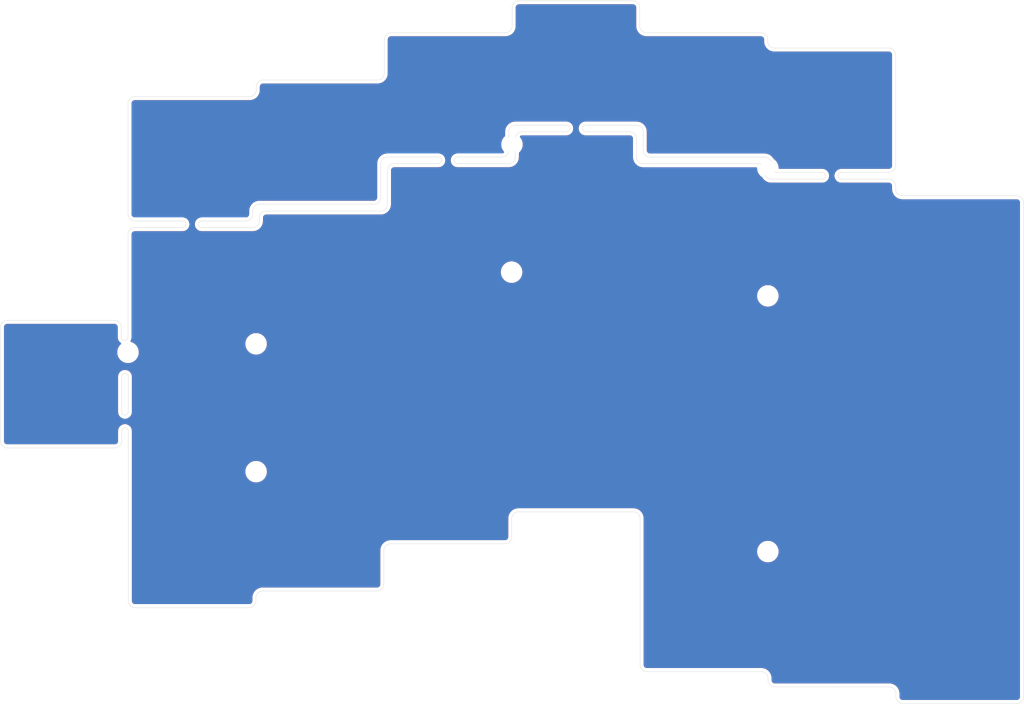
<source format=kicad_pcb>
(kicad_pcb (version 20171130) (host pcbnew "(5.1.2)-2")

  (general
    (thickness 1.6)
    (drawings 145)
    (tracks 0)
    (zones 0)
    (modules 8)
    (nets 1)
  )

  (page A4)
  (layers
    (0 F.Cu signal)
    (31 B.Cu signal)
    (32 B.Adhes user)
    (33 F.Adhes user)
    (34 B.Paste user)
    (35 F.Paste user)
    (36 B.SilkS user)
    (37 F.SilkS user)
    (38 B.Mask user)
    (39 F.Mask user)
    (40 Dwgs.User user)
    (41 Cmts.User user)
    (42 Eco1.User user)
    (43 Eco2.User user)
    (44 Edge.Cuts user)
    (45 Margin user)
    (46 B.CrtYd user)
    (47 F.CrtYd user)
    (48 B.Fab user)
    (49 F.Fab user)
  )

  (setup
    (last_trace_width 0.25)
    (trace_clearance 0.2)
    (zone_clearance 0.508)
    (zone_45_only no)
    (trace_min 0.2)
    (via_size 0.8)
    (via_drill 0.4)
    (via_min_size 0.4)
    (via_min_drill 0.3)
    (uvia_size 0.3)
    (uvia_drill 0.1)
    (uvias_allowed no)
    (uvia_min_size 0.2)
    (uvia_min_drill 0.1)
    (edge_width 0.05)
    (segment_width 0.2)
    (pcb_text_width 0.3)
    (pcb_text_size 1.5 1.5)
    (mod_edge_width 0.12)
    (mod_text_size 1 1)
    (mod_text_width 0.15)
    (pad_size 1.524 1.524)
    (pad_drill 0.762)
    (pad_to_mask_clearance 0.051)
    (solder_mask_min_width 0.25)
    (aux_axis_origin 0 0)
    (visible_elements FFFFFF7F)
    (pcbplotparams
      (layerselection 0x010fc_ffffffff)
      (usegerberextensions false)
      (usegerberattributes false)
      (usegerberadvancedattributes false)
      (creategerberjobfile false)
      (excludeedgelayer true)
      (linewidth 0.100000)
      (plotframeref false)
      (viasonmask false)
      (mode 1)
      (useauxorigin false)
      (hpglpennumber 1)
      (hpglpenspeed 20)
      (hpglpendiameter 15.000000)
      (psnegative false)
      (psa4output false)
      (plotreference true)
      (plotvalue true)
      (plotinvisibletext false)
      (padsonsilk false)
      (subtractmaskfromsilk false)
      (outputformat 1)
      (mirror false)
      (drillshape 1)
      (scaleselection 1)
      (outputdirectory ""))
  )

  (net 0 "")

  (net_class Default "This is the default net class."
    (clearance 0.2)
    (trace_width 0.25)
    (via_dia 0.8)
    (via_drill 0.4)
    (uvia_dia 0.3)
    (uvia_drill 0.1)
  )

  (module Used_Footprints:Hole_Mount_M4 (layer F.Cu) (tedit 5E452CE9) (tstamp 5E5680D9)
    (at 104.87 110.5565)
    (path /5E45ABA8)
    (fp_text reference HM8 (at -0.01 -2.09) (layer Dwgs.User) hide
      (effects (font (size 1 1) (thickness 0.15)))
    )
    (fp_text value CaseHole (at 0.5 -3.77) (layer Dwgs.User) hide
      (effects (font (size 1 1) (thickness 0.15)))
    )
    (pad "" np_thru_hole circle (at 0 0) (size 2.2 2.2) (drill 2.2) (layers *.Cu *.Mask))
  )

  (module Used_Footprints:Hole_Mount_M4 (layer F.Cu) (tedit 5E452CE9) (tstamp 5E567D12)
    (at 200.145 83.1055)
    (path /5DC0F92C)
    (fp_text reference HM3 (at -0.01 -2.09) (layer Dwgs.User) hide
      (effects (font (size 1 1) (thickness 0.15)))
    )
    (fp_text value CaseHole (at 0.5 -3.77) (layer F.Fab) hide
      (effects (font (size 1 1) (thickness 0.15)))
    )
    (pad "" np_thru_hole circle (at 0 0) (size 2.2 2.2) (drill 2.2) (layers *.Cu *.Mask))
  )

  (module Used_Footprints:Hole_Mount_M4 (layer F.Cu) (tedit 5E452CE9) (tstamp 5E567D0E)
    (at 162.045 79.5812)
    (path /5DC14B86)
    (fp_text reference HM4 (at -0.01 -2.09) (layer Dwgs.User) hide
      (effects (font (size 1 1) (thickness 0.15)))
    )
    (fp_text value CaseHole (at 0.5 -3.77) (layer F.Fab) hide
      (effects (font (size 1 1) (thickness 0.15)))
    )
    (pad "" np_thru_hole circle (at 0 0) (size 2.2 2.2) (drill 2.2) (layers *.Cu *.Mask))
  )

  (module Used_Footprints:Hole_Mount_M4 (layer F.Cu) (tedit 5E452CE9) (tstamp 5E567CFB)
    (at 123.945 128.343)
    (path /5DC1BC7C)
    (fp_text reference HM7 (at -0.01 -2.09) (layer Dwgs.User) hide
      (effects (font (size 1 1) (thickness 0.15)))
    )
    (fp_text value CaseHole (at 0.5 -3.77) (layer Dwgs.User) hide
      (effects (font (size 1 1) (thickness 0.15)))
    )
    (pad "" np_thru_hole circle (at 0 0) (size 2.2 2.2) (drill 2.2) (layers *.Cu *.Mask))
  )

  (module Used_Footprints:Hole_Mount_M4 (layer F.Cu) (tedit 5E452CE9) (tstamp 5E567CE8)
    (at 123.945 109.2992)
    (path /5DC1BC76)
    (fp_text reference HM6 (at -0.01 -2.09) (layer Dwgs.User) hide
      (effects (font (size 1 1) (thickness 0.15)))
    )
    (fp_text value CaseHole (at 0.5 -3.77) (layer F.Fab) hide
      (effects (font (size 1 1) (thickness 0.15)))
    )
    (pad "" np_thru_hole circle (at 0 0) (size 2.2 2.2) (drill 2.2) (layers *.Cu *.Mask))
  )

  (module Used_Footprints:Hole_Mount_M4 (layer F.Cu) (tedit 5E452CE9) (tstamp 5E567CBB)
    (at 161.99 98.6112)
    (path /5DC1BC70)
    (fp_text reference HM5 (at -0.01 -2.09) (layer Dwgs.User) hide
      (effects (font (size 1 1) (thickness 0.15)))
    )
    (fp_text value CaseHole (at 0.5 -3.77) (layer F.Fab) hide
      (effects (font (size 1 1) (thickness 0.15)))
    )
    (pad "" np_thru_hole circle (at 0 0) (size 2.2 2.2) (drill 2.2) (layers *.Cu *.Mask))
  )

  (module Used_Footprints:Hole_Mount_M4 (layer F.Cu) (tedit 5E452CE9) (tstamp 5E567A6B)
    (at 200.145 102.1495)
    (path /5DC0512E)
    (fp_text reference HM2 (at 0.5 -2.77) (layer Dwgs.User) hide
      (effects (font (size 1 1) (thickness 0.15)))
    )
    (fp_text value CaseHole (at 0.5 -3.77) (layer F.Fab) hide
      (effects (font (size 1 1) (thickness 0.15)))
    )
    (pad "" np_thru_hole circle (at 0 0) (size 2.2 2.2) (drill 2.2) (layers *.Cu *.Mask))
  )

  (module Used_Footprints:Hole_Mount_M4 (layer F.Cu) (tedit 5E452CE9) (tstamp 5E5679FB)
    (at 200.145 140.25)
    (path /5DC03D38)
    (fp_text reference HM1 (at 0.5 -2.77) (layer Dwgs.User) hide
      (effects (font (size 1 1) (thickness 0.15)))
    )
    (fp_text value CaseHole (at 0.5 -3.77) (layer F.Fab) hide
      (effects (font (size 1 1) (thickness 0.15)))
    )
    (pad "" np_thru_hole circle (at 0 0) (size 2.2 2.2) (drill 2.2) (layers *.Cu *.Mask))
  )

  (gr_line (start 220.22 162.8925) (end 237.22 162.8925) (layer Edge.Cuts) (width 0.05) (tstamp 5E567FCE))
  (gr_line (start 200.120001 63.93) (end 200.120001 64.216) (layer Edge.Cuts) (width 0.05) (tstamp 5E567FCD))
  (gr_line (start 182.12 158.13) (end 199.17 158.13) (layer Edge.Cuts) (width 0.05) (tstamp 5E567FCC))
  (gr_arc (start 124.970001 70.9785) (end 124.970001 69.9785) (angle -90) (layer Edge.Cuts) (width 0.05) (tstamp 5E567FCB))
  (gr_arc (start 122.970001 71.455) (end 122.970001 72.455) (angle -90) (layer Edge.Cuts) (width 0.05) (tstamp 5E567FCA))
  (gr_line (start 85.87 106.7925) (end 85.87 123.7925) (layer Edge.Cuts) (width 0.05) (tstamp 5E567FC9))
  (gr_arc (start 199.120001 63.93) (end 200.120001 63.93) (angle -90) (layer Edge.Cuts) (width 0.05) (tstamp 5E567FC8))
  (gr_line (start 163.070001 58.1675) (end 180.070001 58.1675) (layer Edge.Cuts) (width 0.05) (tstamp 5E567FC7))
  (gr_line (start 201.17 160.416) (end 218.22 160.42) (layer Edge.Cuts) (width 0.05) (tstamp 5E567FC6))
  (gr_arc (start 180.070001 59.1675) (end 181.070001 59.1675) (angle -90) (layer Edge.Cuts) (width 0.05) (tstamp 5E567FC5))
  (gr_line (start 219.22 161.42) (end 219.22 161.8925) (layer Edge.Cuts) (width 0.05) (tstamp 5E567FC4))
  (gr_line (start 182.070001 62.93) (end 199.120001 62.93) (layer Edge.Cuts) (width 0.05) (tstamp 5E567FC3))
  (gr_line (start 200.17 159.13) (end 200.17 159.416) (layer Edge.Cuts) (width 0.05) (tstamp 5E567FC2))
  (gr_line (start 105.92 148.605) (end 122.92 148.605) (layer Edge.Cuts) (width 0.05) (tstamp 5E567FC1))
  (gr_arc (start 161.070001 61.93) (end 161.070001 62.93) (angle -90) (layer Edge.Cuts) (width 0.05) (tstamp 5E567FC0))
  (gr_arc (start 144.020001 63.93) (end 144.020001 62.93) (angle -90) (layer Edge.Cuts) (width 0.05) (tstamp 5E567FBF))
  (gr_arc (start 182.070001 61.93) (end 181.070001 61.93) (angle -90) (layer Edge.Cuts) (width 0.05) (tstamp 5E567FBE))
  (gr_line (start 124.92 146.1285) (end 141.97 146.1285) (layer Edge.Cuts) (width 0.05) (tstamp 5E567FBD))
  (gr_line (start 123.92 147.1285) (end 123.92 147.605) (layer Edge.Cuts) (width 0.05) (tstamp 5E567FBC))
  (gr_arc (start 163.070001 59.1675) (end 163.070001 58.1675) (angle -90) (layer Edge.Cuts) (width 0.05) (tstamp 5E567FBB))
  (gr_line (start 162.02 135.3175) (end 162.02 138.08) (layer Edge.Cuts) (width 0.05) (tstamp 5E567FBA))
  (gr_line (start 142.97 140.08) (end 142.97 145.1285) (layer Edge.Cuts) (width 0.05) (tstamp 5E567FB9))
  (gr_line (start 124.970001 69.9785) (end 142.020001 69.9785) (layer Edge.Cuts) (width 0.05) (tstamp 5E567FB8))
  (gr_arc (start 142.020001 68.9785) (end 142.020001 69.9785) (angle -90) (layer Edge.Cuts) (width 0.05) (tstamp 5E567FB7))
  (gr_line (start 86.87 105.7925) (end 102.87 105.7925) (layer Edge.Cuts) (width 0.05) (tstamp 5E567FB6))
  (gr_line (start 143.97 139.08) (end 161.02 139.08) (layer Edge.Cuts) (width 0.05) (tstamp 5E567FB5))
  (gr_arc (start 143.97 140.08) (end 143.97 139.08) (angle -90) (layer Edge.Cuts) (width 0.05) (tstamp 5E567FB4))
  (gr_line (start 143.020001 63.93) (end 143.020001 68.9785) (layer Edge.Cuts) (width 0.05) (tstamp 5E567FB3))
  (gr_arc (start 124.92 147.1285) (end 124.92 146.1285) (angle -90) (layer Edge.Cuts) (width 0.05) (tstamp 5E567FB2))
  (gr_arc (start 86.87 106.7925) (end 86.87 105.7925) (angle -90) (layer Edge.Cuts) (width 0.05) (tstamp 5E567FB1))
  (gr_line (start 105.87 72.455) (end 122.970001 72.455) (layer Edge.Cuts) (width 0.05) (tstamp 5E567FB0))
  (gr_line (start 104.92 124.79) (end 104.92 147.605) (layer Edge.Cuts) (width 0.05) (tstamp 5E567FAF))
  (gr_arc (start 122.92 147.605) (end 122.92 148.605) (angle -90) (layer Edge.Cuts) (width 0.05) (tstamp 5E567FAE))
  (gr_arc (start 86.87 123.7925) (end 85.87 123.7925) (angle -90) (layer Edge.Cuts) (width 0.05) (tstamp 5E567FAD))
  (gr_line (start 162.070001 59.1675) (end 162.070001 61.93) (layer Edge.Cuts) (width 0.05) (tstamp 5E567FAC))
  (gr_arc (start 237.22 161.8925) (end 237.22 162.8925) (angle -90) (layer Edge.Cuts) (width 0.05) (tstamp 5E567FAB))
  (gr_line (start 86.87 124.7925) (end 102.92 124.7925) (layer Edge.Cuts) (width 0.05) (tstamp 5E567FAA))
  (gr_line (start 123.970001 70.9785) (end 123.970001 71.455) (layer Edge.Cuts) (width 0.05) (tstamp 5E567FA9))
  (gr_arc (start 220.22 161.8925) (end 219.22 161.8925) (angle -90) (layer Edge.Cuts) (width 0.05) (tstamp 5E567FA8))
  (gr_arc (start 182.12 157.13) (end 181.12 157.13) (angle -90) (layer Edge.Cuts) (width 0.05) (tstamp 5E567FA7))
  (gr_line (start 181.070001 59.1675) (end 181.070001 61.93) (layer Edge.Cuts) (width 0.05) (tstamp 5E567FA6))
  (gr_line (start 181.12 157.13) (end 181.12 135.3175) (layer Edge.Cuts) (width 0.05) (tstamp 5E567FA5))
  (gr_line (start 201.120001 65.216) (end 218.17 65.216) (layer Edge.Cuts) (width 0.05) (tstamp 5E567FA4))
  (gr_line (start 219.17 82.75) (end 219.17 66.216) (layer Edge.Cuts) (width 0.05) (tstamp 5E567FA3))
  (gr_arc (start 161.02 138.08) (end 161.02 139.08) (angle -90) (layer Edge.Cuts) (width 0.05) (tstamp 5E567FA2))
  (gr_line (start 238.22 161.8925) (end 238.22 88.2265) (layer Edge.Cuts) (width 0.05) (tstamp 5E567FA1))
  (gr_line (start 144.020001 62.93) (end 161.070001 62.93) (layer Edge.Cuts) (width 0.05) (tstamp 5E567FA0))
  (gr_line (start 163.02 134.3175) (end 180.12 134.3175) (layer Edge.Cuts) (width 0.05) (tstamp 5E567F9F))
  (gr_line (start 208.24 84.75) (end 200.65 84.75) (layer Edge.Cuts) (width 0.05) (tstamp 5E567F9E))
  (gr_arc (start 201.120001 64.216) (end 200.120001 64.216) (angle -90) (layer Edge.Cuts) (width 0.05) (tstamp 5E567F9D))
  (gr_line (start 220.17 87.2265) (end 237.22 87.2265) (layer Edge.Cuts) (width 0.05) (tstamp 5E567F9C))
  (gr_line (start 112.989901 90.979901) (end 105.87 90.98) (layer Edge.Cuts) (width 0.05) (tstamp 5E567F9B))
  (gr_arc (start 201.17 159.416) (end 200.17 159.416) (angle -90) (layer Edge.Cuts) (width 0.05) (tstamp 5E567F9A))
  (gr_arc (start 105.87 73.455) (end 105.87 72.455) (angle -90) (layer Edge.Cuts) (width 0.05) (tstamp 5E567F99))
  (gr_line (start 112.989901 91.980099) (end 105.87 91.98) (layer Edge.Cuts) (width 0.05) (tstamp 5E567F98))
  (gr_arc (start 102.87 106.7925) (end 103.87 106.7925) (angle -90) (layer Edge.Cuts) (width 0.05) (tstamp 5E567F97))
  (gr_line (start 199.65 81.46) (end 182.59 81.46) (layer Edge.Cuts) (width 0.05) (tstamp 5E567F96))
  (gr_arc (start 218.17 66.216) (end 219.17 66.216) (angle -90) (layer Edge.Cuts) (width 0.05) (tstamp 5E567F95))
  (gr_line (start 208.239901 83.749901) (end 201.65 83.75) (layer Edge.Cuts) (width 0.05) (tstamp 5E567F94))
  (gr_line (start 200.65 82.75) (end 200.65 82.46) (layer Edge.Cuts) (width 0.05) (tstamp 5E567F93))
  (gr_arc (start 102.92 123.7925) (end 102.92 124.7925) (angle -90) (layer Edge.Cuts) (width 0.05) (tstamp 5E567F92))
  (gr_arc (start 199.17 159.13) (end 200.17 159.13) (angle -90) (layer Edge.Cuts) (width 0.05) (tstamp 5E567F91))
  (gr_arc (start 105.92 147.605) (end 104.92 147.605) (angle -90) (layer Edge.Cuts) (width 0.05) (tstamp 5E567F90))
  (gr_arc (start 163.02 135.3175) (end 163.02 134.3175) (angle -90) (layer Edge.Cuts) (width 0.05) (tstamp 5E567F8F))
  (gr_arc (start 141.97 145.1285) (end 141.97 146.1285) (angle -90) (layer Edge.Cuts) (width 0.05) (tstamp 5E567F8E))
  (gr_arc (start 237.22 88.2265) (end 238.22 88.2265) (angle -90) (layer Edge.Cuts) (width 0.05) (tstamp 5E567F8D))
  (gr_line (start 181.59 80.46) (end 181.59 77.7) (layer Edge.Cuts) (width 0.05) (tstamp 5E567F8C))
  (gr_arc (start 180.12 135.3175) (end 181.12 135.3175) (angle -90) (layer Edge.Cuts) (width 0.05) (tstamp 5E567F8B))
  (gr_arc (start 105.87 92.98) (end 105.87 91.98) (angle -90) (layer Edge.Cuts) (width 0.05) (tstamp 5E567F8A))
  (gr_line (start 170.139901 76.699901) (end 162.55 76.7) (layer Edge.Cuts) (width 0.05) (tstamp 5E567F89))
  (gr_arc (start 105.87 89.98) (end 104.87 89.98) (angle -90) (layer Edge.Cuts) (width 0.05) (tstamp 5E567F88))
  (gr_arc (start 123.44 90.98) (end 123.44 91.98) (angle -90) (layer Edge.Cuts) (width 0.05) (tstamp 5E567F87))
  (gr_arc (start 124.44 89.5) (end 124.44 88.5) (angle -90) (layer Edge.Cuts) (width 0.05) (tstamp 5E567F86))
  (gr_arc (start 141.5 87.5) (end 141.5 88.5) (angle -90) (layer Edge.Cuts) (width 0.05) (tstamp 5E567F85))
  (gr_arc (start 143.5 82.45) (end 143.5 81.45) (angle -90) (layer Edge.Cuts) (width 0.05) (tstamp 5E567F84))
  (gr_line (start 162.55 81.45) (end 162.55 78.7) (layer Edge.Cuts) (width 0.05) (tstamp 5E567F83))
  (gr_line (start 163.55 77.7) (end 170.14 77.7) (layer Edge.Cuts) (width 0.05) (tstamp 5E567F82))
  (gr_arc (start 144.5 83.45) (end 144.5 82.45) (angle -90) (layer Edge.Cuts) (width 0.05) (tstamp 5E567F81))
  (gr_line (start 181.59 82.46) (end 198.65 82.46) (layer Edge.Cuts) (width 0.05) (tstamp 5E567F80))
  (gr_line (start 199.65 83.46) (end 199.65 83.75) (layer Edge.Cuts) (width 0.05) (tstamp 5E567F7F))
  (gr_line (start 161.55 77.7) (end 161.55 80.45) (layer Edge.Cuts) (width 0.05) (tstamp 5E567F7E))
  (gr_line (start 151.089901 81.449901) (end 143.5 81.45) (layer Edge.Cuts) (width 0.05) (tstamp 5E567F7D))
  (gr_arc (start 125.44 90.5) (end 125.44 89.5) (angle -90) (layer Edge.Cuts) (width 0.05) (tstamp 5E567F7C))
  (gr_line (start 142.5 82.45) (end 142.5 87.5) (layer Edge.Cuts) (width 0.05) (tstamp 5E567F7B))
  (gr_line (start 141.5 88.5) (end 124.44 88.5) (layer Edge.Cuts) (width 0.05) (tstamp 5E567F7A))
  (gr_line (start 123.44 89.5) (end 123.44 89.98) (layer Edge.Cuts) (width 0.05) (tstamp 5E567F79))
  (gr_arc (start 122.44 89.98) (end 122.44 90.98) (angle -90) (layer Edge.Cuts) (width 0.05) (tstamp 5E567F78))
  (gr_line (start 124.44 90.98) (end 124.44 90.5) (layer Edge.Cuts) (width 0.05) (tstamp 5E567F77))
  (gr_line (start 144.5 82.45) (end 151.09 82.45) (layer Edge.Cuts) (width 0.05) (tstamp 5E567F76))
  (gr_arc (start 142.5 88.5) (end 142.5 89.5) (angle -90) (layer Edge.Cuts) (width 0.05) (tstamp 5E567F75))
  (gr_arc (start 161.55 81.45) (end 161.55 82.45) (angle -90) (layer Edge.Cuts) (width 0.05) (tstamp 5E567F74))
  (gr_line (start 180.59 78.7) (end 180.59 81.46) (layer Edge.Cuts) (width 0.05) (tstamp 5E567F73))
  (gr_line (start 125.44 89.5) (end 142.5 89.5) (layer Edge.Cuts) (width 0.05) (tstamp 5E567F72))
  (gr_line (start 143.5 88.5) (end 143.5 83.45) (layer Edge.Cuts) (width 0.05) (tstamp 5E567F71))
  (gr_arc (start 112.989901 91.48) (end 113.49 91.48) (angle -90) (layer Edge.Cuts) (width 0.05) (tstamp 5E567F70))
  (gr_arc (start 208.24 84.249901) (end 208.24 84.75) (angle -90) (layer Edge.Cuts) (width 0.05) (tstamp 5E567F6F))
  (gr_arc (start 211.09 84.25) (end 211.09 83.749901) (angle -90) (layer Edge.Cuts) (width 0.05) (tstamp 5E567F6E))
  (gr_arc (start 115.850099 91.48) (end 115.35 91.48) (angle -90) (layer Edge.Cuts) (width 0.05) (tstamp 5E567F6D))
  (gr_arc (start 180.59 77.7) (end 181.59 77.7) (angle -90) (layer Edge.Cuts) (width 0.05) (tstamp 5E567F6C))
  (gr_arc (start 151.09 81.949901) (end 151.09 82.45) (angle -90) (layer Edge.Cuts) (width 0.05) (tstamp 5E567F6B))
  (gr_arc (start 181.59 81.46) (end 180.59 81.46) (angle -90) (layer Edge.Cuts) (width 0.05) (tstamp 5E567F6A))
  (gr_arc (start 198.65 83.46) (end 199.65 83.46) (angle -90) (layer Edge.Cuts) (width 0.05) (tstamp 5E567F69))
  (gr_arc (start 151.089901 81.95) (end 151.59 81.95) (angle -90) (layer Edge.Cuts) (width 0.05) (tstamp 5E567F68))
  (gr_arc (start 208.239901 84.25) (end 208.74 84.25) (angle -90) (layer Edge.Cuts) (width 0.05) (tstamp 5E567F67))
  (gr_arc (start 201.65 82.75) (end 200.65 82.75) (angle -90) (layer Edge.Cuts) (width 0.05) (tstamp 5E567F66))
  (gr_arc (start 112.989901 91.48) (end 112.989901 91.980099) (angle -90) (layer Edge.Cuts) (width 0.05) (tstamp 5E567F65))
  (gr_arc (start 218.17 82.75) (end 218.17 83.75) (angle -90) (layer Edge.Cuts) (width 0.05) (tstamp 5E567F64))
  (gr_arc (start 160.55 80.45) (end 160.55 81.45) (angle -90) (layer Edge.Cuts) (width 0.05) (tstamp 5E567F63))
  (gr_arc (start 163.55 78.7) (end 163.55 77.7) (angle -90) (layer Edge.Cuts) (width 0.05) (tstamp 5E567F62))
  (gr_arc (start 211.09 84.25) (end 210.589901 84.25) (angle -90) (layer Edge.Cuts) (width 0.05) (tstamp 5E567F61))
  (gr_arc (start 162.55 77.7) (end 162.55 76.7) (angle -90) (layer Edge.Cuts) (width 0.05) (tstamp 5E567F60))
  (gr_arc (start 179.59 78.7) (end 180.59 78.7) (angle -90) (layer Edge.Cuts) (width 0.05) (tstamp 5E567F5F))
  (gr_arc (start 115.850099 91.48) (end 115.850099 90.979901) (angle -90) (layer Edge.Cuts) (width 0.05) (tstamp 5E567F5E))
  (gr_arc (start 200.65 83.75) (end 199.65 83.75) (angle -90) (layer Edge.Cuts) (width 0.05) (tstamp 5E567F5D))
  (gr_line (start 104.87 89.98) (end 104.87 73.455) (layer Edge.Cuts) (width 0.05) (tstamp 5E567F5C))
  (gr_arc (start 182.59 80.46) (end 181.59 80.46) (angle -90) (layer Edge.Cuts) (width 0.05) (tstamp 5E567F5B))
  (gr_arc (start 199.65 82.46) (end 200.65 82.46) (angle -90) (layer Edge.Cuts) (width 0.05) (tstamp 5E567F5A))
  (gr_arc (start 218.22 161.42) (end 219.22 161.42) (angle -90) (layer Edge.Cuts) (width 0.05) (tstamp 5E567D3B))
  (gr_arc (start 170.139901 77.2) (end 170.64 77.2) (angle -90) (layer Edge.Cuts) (width 0.05) (tstamp 5E567D3A))
  (gr_arc (start 170.14 77.199901) (end 170.14 77.7) (angle -90) (layer Edge.Cuts) (width 0.05) (tstamp 5E567D39))
  (gr_line (start 211.09 84.750099) (end 218.17 84.75) (layer Edge.Cuts) (width 0.05) (tstamp 5E567D38))
  (gr_arc (start 173.000099 77.2) (end 173.000099 76.699901) (angle -90) (layer Edge.Cuts) (width 0.05) (tstamp 5E567D37))
  (gr_line (start 173.000099 77.700099) (end 179.59 77.7) (layer Edge.Cuts) (width 0.05) (tstamp 5E567D36))
  (gr_line (start 219.17 85.75) (end 219.17 86.2265) (layer Edge.Cuts) (width 0.05) (tstamp 5E567D35))
  (gr_line (start 153.950099 81.449901) (end 160.55 81.45) (layer Edge.Cuts) (width 0.05) (tstamp 5E567D34))
  (gr_line (start 153.950099 82.450099) (end 161.55 82.45) (layer Edge.Cuts) (width 0.05) (tstamp 5E567D33))
  (gr_line (start 211.09 83.749901) (end 218.17 83.749901) (layer Edge.Cuts) (width 0.05) (tstamp 5E567D32))
  (gr_arc (start 104.369901 108.29) (end 103.869802 108.29) (angle -180) (layer Edge.Cuts) (width 0.05) (tstamp 5E567D31))
  (gr_line (start 104.87 92.98) (end 104.87 108.29) (layer Edge.Cuts) (width 0.05) (tstamp 5E567D30))
  (gr_arc (start 104.419901 122.29) (end 104.92 122.29) (angle -180) (layer Edge.Cuts) (width 0.05) (tstamp 5E567D2F))
  (gr_arc (start 153.950099 81.95) (end 153.45 81.95) (angle -90) (layer Edge.Cuts) (width 0.05) (tstamp 5E567D2E))
  (gr_line (start 104.92 124.79) (end 104.92 122.29) (layer Edge.Cuts) (width 0.05) (tstamp 5E567D2D))
  (gr_line (start 173.000099 76.699901) (end 180.59 76.7) (layer Edge.Cuts) (width 0.05) (tstamp 5E567D2C))
  (gr_arc (start 153.950099 81.95) (end 153.950099 81.449901) (angle -90) (layer Edge.Cuts) (width 0.05) (tstamp 5E567D2B))
  (gr_arc (start 218.17 85.75) (end 219.17 85.75) (angle -90) (layer Edge.Cuts) (width 0.05) (tstamp 5E567D2A))
  (gr_line (start 115.850099 90.979901) (end 122.44 90.979901) (layer Edge.Cuts) (width 0.05) (tstamp 5E567D29))
  (gr_line (start 115.850099 91.980099) (end 123.44 91.980099) (layer Edge.Cuts) (width 0.05) (tstamp 5E567D28))
  (gr_arc (start 220.17 86.2265) (end 219.17 86.2265) (angle -90) (layer Edge.Cuts) (width 0.05) (tstamp 5E567D27))
  (gr_arc (start 173.000099 77.2) (end 172.5 77.2) (angle -90) (layer Edge.Cuts) (width 0.05) (tstamp 5E567D26))
  (gr_line (start 103.869802 108.29) (end 103.87 106.7925) (layer Edge.Cuts) (width 0.05) (tstamp 5E567D25))
  (gr_arc (start 104.419901 114.21) (end 104.92 114.21) (angle -180) (layer Edge.Cuts) (width 0.05) (tstamp 5E5675D3))
  (gr_arc (start 104.42 119.43) (end 103.919901 119.43) (angle -180) (layer Edge.Cuts) (width 0.05) (tstamp 5E5675D2))
  (gr_line (start 104.920099 119.43) (end 104.92 114.21) (layer Edge.Cuts) (width 0.05) (tstamp 5E5675D1))
  (gr_line (start 103.919802 114.21) (end 103.919901 119.43) (layer Edge.Cuts) (width 0.05) (tstamp 5E5675D0))
  (gr_line (start 103.92 123.7925) (end 103.919802 122.29) (layer Edge.Cuts) (width 0.05) (tstamp 5E5675CF))

  (zone (net 0) (net_name "") (layer B.Cu) (tstamp 5E5675D5) (hatch edge 0.508)
    (connect_pads (clearance 0.508))
    (min_thickness 0.254)
    (fill yes (arc_segments 32) (thermal_gap 0.508) (thermal_bridge_width 0.508))
    (polygon
      (pts
        (xy 85.81 105.76) (xy 85.81 124.86) (xy 104.81 124.86) (xy 104.81 148.66) (xy 124.01 148.66)
        (xy 124.01 146.26) (xy 143.01 146.26) (xy 143.01 139.16) (xy 162.11 139.16) (xy 162.11 134.46)
        (xy 181.01 134.46) (xy 181.01 158.26) (xy 200.11 158.26) (xy 200.11 160.46) (xy 219.11 160.46)
        (xy 219.11 162.96) (xy 238.31 162.96) (xy 238.31 87.16) (xy 219.31 87.16) (xy 219.31 65.16)
        (xy 200.21 65.16) (xy 200.21 62.86) (xy 181.2 62.86) (xy 181.2 58.06) (xy 162.01 58.06)
        (xy 162.01 62.96) (xy 142.91 62.96) (xy 142.91 69.86) (xy 123.91 69.86) (xy 123.91 72.36)
        (xy 104.81 72.36) (xy 104.81 105.76)
      )
    )
    (filled_polygon
      (pts
        (xy 180.135425 58.83708) (xy 180.198357 58.85608) (xy 180.256406 58.886945) (xy 180.307344 58.928489) (xy 180.349249 58.979144)
        (xy 180.380516 59.036971) (xy 180.399957 59.099772) (xy 180.410001 59.195336) (xy 180.410002 61.962419) (xy 180.412784 61.990664)
        (xy 180.412741 61.996801) (xy 180.413641 62.005972) (xy 180.434042 62.200069) (xy 180.446069 62.258658) (xy 180.457278 62.317423)
        (xy 180.459942 62.326245) (xy 180.517654 62.512683) (xy 180.540839 62.567838) (xy 180.563243 62.623291) (xy 180.567569 62.631427)
        (xy 180.660394 62.803104) (xy 180.693847 62.852699) (xy 180.726601 62.902753) (xy 180.732425 62.909894) (xy 180.856829 63.060272)
        (xy 180.899264 63.102411) (xy 180.941127 63.145161) (xy 180.948228 63.151034) (xy 181.09947 63.274384) (xy 181.149278 63.307477)
        (xy 181.198652 63.341284) (xy 181.206758 63.345667) (xy 181.379081 63.437292) (xy 181.434393 63.46009) (xy 181.489367 63.483652)
        (xy 181.49817 63.486377) (xy 181.685007 63.542786) (xy 181.743687 63.554405) (xy 181.802197 63.566842) (xy 181.811362 63.567805)
        (xy 182.005595 63.58685) (xy 182.005599 63.58685) (xy 182.037582 63.59) (xy 199.087722 63.59) (xy 199.185425 63.59958)
        (xy 199.248357 63.61858) (xy 199.306406 63.649445) (xy 199.357344 63.690989) (xy 199.399249 63.741644) (xy 199.430516 63.799471)
        (xy 199.449957 63.862272) (xy 199.460001 63.957835) (xy 199.460001 64.248419) (xy 199.462784 64.276674) (xy 199.462741 64.282801)
        (xy 199.463641 64.291972) (xy 199.484042 64.486069) (xy 199.496069 64.544658) (xy 199.507278 64.603423) (xy 199.509942 64.612245)
        (xy 199.567654 64.798683) (xy 199.590839 64.853838) (xy 199.613243 64.909291) (xy 199.617569 64.917427) (xy 199.710394 65.089104)
        (xy 199.743847 65.138699) (xy 199.776601 65.188753) (xy 199.782425 65.195894) (xy 199.906829 65.346272) (xy 199.949264 65.388411)
        (xy 199.991127 65.431161) (xy 199.998228 65.437034) (xy 200.14947 65.560384) (xy 200.199278 65.593477) (xy 200.248652 65.627284)
        (xy 200.256758 65.631667) (xy 200.429081 65.723292) (xy 200.484393 65.74609) (xy 200.539367 65.769652) (xy 200.54817 65.772377)
        (xy 200.735007 65.828786) (xy 200.793687 65.840405) (xy 200.852197 65.852842) (xy 200.861362 65.853805) (xy 201.055595 65.87285)
        (xy 201.055599 65.87285) (xy 201.087582 65.876) (xy 218.137721 65.876) (xy 218.235424 65.88558) (xy 218.298356 65.90458)
        (xy 218.356405 65.935445) (xy 218.407343 65.976989) (xy 218.449248 66.027644) (xy 218.480515 66.085471) (xy 218.499956 66.148272)
        (xy 218.510001 66.243845) (xy 218.51 82.717721) (xy 218.50042 82.815424) (xy 218.48142 82.878357) (xy 218.450554 82.936406)
        (xy 218.409011 82.987343) (xy 218.358356 83.029248) (xy 218.300529 83.060515) (xy 218.237728 83.079956) (xy 218.143107 83.089901)
        (xy 211.057581 83.089901) (xy 211.029671 83.09265) (xy 211.026693 83.092629) (xy 211.017522 83.093528) (xy 210.96936 83.09859)
        (xy 210.960617 83.099451) (xy 210.960325 83.099539) (xy 210.920454 83.10373) (xy 210.861845 83.115761) (xy 210.803093 83.126968)
        (xy 210.794272 83.129632) (xy 210.701035 83.158494) (xy 210.645879 83.18168) (xy 210.59043 83.204082) (xy 210.582293 83.208408)
        (xy 210.496437 83.25483) (xy 210.44683 83.28829) (xy 210.39679 83.321035) (xy 210.389649 83.32686) (xy 210.314445 83.389074)
        (xy 210.27232 83.431494) (xy 210.229554 83.473374) (xy 210.22368 83.480474) (xy 210.161993 83.556111) (xy 210.128909 83.605906)
        (xy 210.095095 83.655289) (xy 210.090713 83.663396) (xy 210.044891 83.749574) (xy 210.022118 83.804825) (xy 209.998528 83.859864)
        (xy 209.995804 83.868667) (xy 209.967594 83.962105) (xy 209.95598 84.020761) (xy 209.943538 84.079296) (xy 209.942575 84.088461)
        (xy 209.933051 84.185597) (xy 209.933051 84.214405) (xy 209.929937 84.243054) (xy 209.929905 84.252269) (xy 209.929917 84.25576)
        (xy 209.932831 84.284459) (xy 209.932629 84.313307) (xy 209.933528 84.322478) (xy 209.94373 84.419546) (xy 209.955761 84.478155)
        (xy 209.966968 84.536907) (xy 209.969632 84.545728) (xy 209.998494 84.638965) (xy 210.021674 84.694108) (xy 210.044082 84.749571)
        (xy 210.048408 84.757707) (xy 210.094831 84.843564) (xy 210.128279 84.893154) (xy 210.161035 84.94321) (xy 210.166856 84.950346)
        (xy 210.16686 84.950352) (xy 210.166865 84.950357) (xy 210.229073 85.025555) (xy 210.271546 85.067732) (xy 210.313374 85.110446)
        (xy 210.320469 85.116315) (xy 210.320473 85.116319) (xy 210.320475 85.11632) (xy 210.396111 85.178007) (xy 210.445901 85.211087)
        (xy 210.49529 85.244905) (xy 210.503396 85.249287) (xy 210.589574 85.29511) (xy 210.644871 85.317902) (xy 210.699865 85.341472)
        (xy 210.708668 85.344196) (xy 210.802105 85.372407) (xy 210.860798 85.384028) (xy 210.919296 85.396462) (xy 210.928461 85.397425)
        (xy 211.025597 85.406949) (xy 211.025605 85.406949) (xy 211.057591 85.410099) (xy 218.13772 85.41) (xy 218.235424 85.41958)
        (xy 218.298356 85.43858) (xy 218.356405 85.469445) (xy 218.407343 85.510989) (xy 218.449248 85.561644) (xy 218.480515 85.619471)
        (xy 218.499956 85.682272) (xy 218.51 85.777835) (xy 218.51 86.258919) (xy 218.512783 86.287174) (xy 218.51274 86.293301)
        (xy 218.51364 86.302472) (xy 218.534041 86.496569) (xy 218.546068 86.555158) (xy 218.557277 86.613923) (xy 218.559941 86.622745)
        (xy 218.617653 86.809183) (xy 218.640838 86.864338) (xy 218.663242 86.919791) (xy 218.667568 86.927927) (xy 218.760393 87.099604)
        (xy 218.793846 87.149199) (xy 218.8266 87.199253) (xy 218.832424 87.206394) (xy 218.956828 87.356772) (xy 218.999263 87.398911)
        (xy 219.041126 87.441661) (xy 219.048227 87.447534) (xy 219.199469 87.570884) (xy 219.249277 87.603977) (xy 219.298651 87.637784)
        (xy 219.306757 87.642167) (xy 219.47908 87.733792) (xy 219.534392 87.75659) (xy 219.589366 87.780152) (xy 219.598169 87.782877)
        (xy 219.785006 87.839286) (xy 219.843686 87.850905) (xy 219.902196 87.863342) (xy 219.911361 87.864305) (xy 220.105594 87.88335)
        (xy 220.105598 87.88335) (xy 220.137581 87.8865) (xy 237.187721 87.8865) (xy 237.285424 87.89608) (xy 237.348356 87.91508)
        (xy 237.406405 87.945945) (xy 237.457343 87.987489) (xy 237.499248 88.038144) (xy 237.530515 88.095971) (xy 237.549956 88.158772)
        (xy 237.560001 88.254345) (xy 237.56 161.860221) (xy 237.55042 161.957924) (xy 237.53142 162.020857) (xy 237.500554 162.078906)
        (xy 237.459011 162.129843) (xy 237.408356 162.171748) (xy 237.350529 162.203015) (xy 237.287728 162.222456) (xy 237.192165 162.2325)
        (xy 220.252279 162.2325) (xy 220.154576 162.22292) (xy 220.091643 162.20392) (xy 220.033594 162.173054) (xy 219.982657 162.131511)
        (xy 219.940752 162.080856) (xy 219.909485 162.023029) (xy 219.890044 161.960228) (xy 219.88 161.864665) (xy 219.88 161.387581)
        (xy 219.877217 161.359326) (xy 219.87726 161.353199) (xy 219.87636 161.344028) (xy 219.855959 161.149931) (xy 219.843934 161.091348)
        (xy 219.832723 161.032577) (xy 219.830059 161.023755) (xy 219.772347 160.837317) (xy 219.749162 160.782162) (xy 219.726758 160.726709)
        (xy 219.722432 160.718573) (xy 219.629607 160.546896) (xy 219.596139 160.497278) (xy 219.5634 160.447247) (xy 219.557576 160.440106)
        (xy 219.433172 160.289728) (xy 219.390737 160.247589) (xy 219.348874 160.204839) (xy 219.341773 160.198966) (xy 219.190531 160.075616)
        (xy 219.140738 160.042534) (xy 219.091349 160.008716) (xy 219.083243 160.004333) (xy 218.910921 159.912708) (xy 218.855606 159.889909)
        (xy 218.800634 159.866348) (xy 218.791831 159.863623) (xy 218.604995 159.807214) (xy 218.546307 159.795594) (xy 218.487804 159.783158)
        (xy 218.478639 159.782195) (xy 218.284405 159.76315) (xy 218.284397 159.76315) (xy 218.252573 159.760008) (xy 201.202362 159.756008)
        (xy 201.104576 159.74642) (xy 201.041643 159.72742) (xy 200.983594 159.696554) (xy 200.932657 159.655011) (xy 200.890752 159.604356)
        (xy 200.859485 159.546529) (xy 200.840044 159.483728) (xy 200.83 159.388165) (xy 200.83 159.097581) (xy 200.827217 159.069326)
        (xy 200.82726 159.063199) (xy 200.82636 159.054028) (xy 200.805959 158.859931) (xy 200.793934 158.801348) (xy 200.782723 158.742577)
        (xy 200.780059 158.733755) (xy 200.722347 158.547317) (xy 200.699162 158.492162) (xy 200.676758 158.436709) (xy 200.672432 158.428573)
        (xy 200.579607 158.256896) (xy 200.546139 158.207278) (xy 200.5134 158.157247) (xy 200.507576 158.150106) (xy 200.383172 157.999728)
        (xy 200.340737 157.957589) (xy 200.298874 157.914839) (xy 200.291773 157.908966) (xy 200.140531 157.785616) (xy 200.090738 157.752534)
        (xy 200.041349 157.718716) (xy 200.033243 157.714333) (xy 199.860921 157.622708) (xy 199.805606 157.599909) (xy 199.750634 157.576348)
        (xy 199.741831 157.573623) (xy 199.554995 157.517214) (xy 199.496307 157.505594) (xy 199.437804 157.493158) (xy 199.428639 157.492195)
        (xy 199.234405 157.47315) (xy 199.234402 157.47315) (xy 199.202419 157.47) (xy 182.152279 157.47) (xy 182.054576 157.46042)
        (xy 181.991643 157.44142) (xy 181.933594 157.410554) (xy 181.882657 157.369011) (xy 181.840752 157.318356) (xy 181.809485 157.260529)
        (xy 181.790044 157.197728) (xy 181.78 157.102165) (xy 181.78 140.079117) (xy 198.41 140.079117) (xy 198.41 140.420883)
        (xy 198.476675 140.756081) (xy 198.607463 141.071831) (xy 198.797337 141.355998) (xy 199.039002 141.597663) (xy 199.323169 141.787537)
        (xy 199.638919 141.918325) (xy 199.974117 141.985) (xy 200.315883 141.985) (xy 200.651081 141.918325) (xy 200.966831 141.787537)
        (xy 201.250998 141.597663) (xy 201.492663 141.355998) (xy 201.682537 141.071831) (xy 201.813325 140.756081) (xy 201.88 140.420883)
        (xy 201.88 140.079117) (xy 201.813325 139.743919) (xy 201.682537 139.428169) (xy 201.492663 139.144002) (xy 201.250998 138.902337)
        (xy 200.966831 138.712463) (xy 200.651081 138.581675) (xy 200.315883 138.515) (xy 199.974117 138.515) (xy 199.638919 138.581675)
        (xy 199.323169 138.712463) (xy 199.039002 138.902337) (xy 198.797337 139.144002) (xy 198.607463 139.428169) (xy 198.476675 139.743919)
        (xy 198.41 140.079117) (xy 181.78 140.079117) (xy 181.78 135.285081) (xy 181.777217 135.256826) (xy 181.77726 135.250699)
        (xy 181.77636 135.241528) (xy 181.755959 135.047431) (xy 181.743934 134.988848) (xy 181.732723 134.930077) (xy 181.730059 134.921255)
        (xy 181.672347 134.734817) (xy 181.649162 134.679662) (xy 181.626758 134.624209) (xy 181.622432 134.616073) (xy 181.529607 134.444396)
        (xy 181.496139 134.394778) (xy 181.4634 134.344747) (xy 181.457576 134.337606) (xy 181.333172 134.187228) (xy 181.290737 134.145089)
        (xy 181.248874 134.102339) (xy 181.241773 134.096466) (xy 181.090531 133.973116) (xy 181.040738 133.940034) (xy 180.991349 133.906216)
        (xy 180.983243 133.901833) (xy 180.810921 133.810208) (xy 180.755606 133.787409) (xy 180.700634 133.763848) (xy 180.691831 133.761123)
        (xy 180.504995 133.704714) (xy 180.446307 133.693094) (xy 180.387804 133.680658) (xy 180.378639 133.679695) (xy 180.184405 133.66065)
        (xy 180.184402 133.66065) (xy 180.152419 133.6575) (xy 162.987581 133.6575) (xy 162.959326 133.660283) (xy 162.953199 133.66024)
        (xy 162.944028 133.66114) (xy 162.749931 133.681541) (xy 162.691348 133.693566) (xy 162.632577 133.704777) (xy 162.623755 133.707441)
        (xy 162.437317 133.765153) (xy 162.382162 133.788338) (xy 162.326709 133.810742) (xy 162.318573 133.815068) (xy 162.146896 133.907893)
        (xy 162.097278 133.941361) (xy 162.047247 133.9741) (xy 162.040106 133.979924) (xy 161.889728 134.104328) (xy 161.847589 134.146763)
        (xy 161.804839 134.188626) (xy 161.798966 134.195727) (xy 161.675616 134.346969) (xy 161.642534 134.396762) (xy 161.608716 134.446151)
        (xy 161.604333 134.454257) (xy 161.512708 134.626579) (xy 161.489909 134.681894) (xy 161.466348 134.736866) (xy 161.463623 134.745669)
        (xy 161.407214 134.932505) (xy 161.395594 134.991193) (xy 161.383158 135.049696) (xy 161.382195 135.058861) (xy 161.36315 135.253095)
        (xy 161.36 135.285082) (xy 161.360001 138.047711) (xy 161.35042 138.145424) (xy 161.33142 138.208357) (xy 161.300554 138.266406)
        (xy 161.259011 138.317343) (xy 161.208356 138.359248) (xy 161.150529 138.390515) (xy 161.087728 138.409956) (xy 160.992165 138.42)
        (xy 143.937581 138.42) (xy 143.909326 138.422783) (xy 143.903199 138.42274) (xy 143.894028 138.42364) (xy 143.699931 138.444041)
        (xy 143.641348 138.456066) (xy 143.582577 138.467277) (xy 143.573755 138.469941) (xy 143.387317 138.527653) (xy 143.332162 138.550838)
        (xy 143.276709 138.573242) (xy 143.268573 138.577568) (xy 143.096896 138.670393) (xy 143.047278 138.703861) (xy 142.997247 138.7366)
        (xy 142.990106 138.742424) (xy 142.839728 138.866828) (xy 142.797589 138.909263) (xy 142.754839 138.951126) (xy 142.748966 138.958227)
        (xy 142.625616 139.109469) (xy 142.592534 139.159262) (xy 142.558716 139.208651) (xy 142.554333 139.216757) (xy 142.462708 139.389079)
        (xy 142.439909 139.444394) (xy 142.416348 139.499366) (xy 142.413623 139.508169) (xy 142.357214 139.695005) (xy 142.345594 139.753693)
        (xy 142.333158 139.812196) (xy 142.332195 139.821361) (xy 142.31315 140.015595) (xy 142.31 140.047582) (xy 142.310001 145.096211)
        (xy 142.30042 145.193924) (xy 142.28142 145.256857) (xy 142.250554 145.314906) (xy 142.209011 145.365843) (xy 142.158356 145.407748)
        (xy 142.100529 145.439015) (xy 142.037728 145.458456) (xy 141.942165 145.4685) (xy 124.887581 145.4685) (xy 124.859326 145.471283)
        (xy 124.853199 145.47124) (xy 124.844028 145.47214) (xy 124.649931 145.492541) (xy 124.591348 145.504566) (xy 124.532577 145.515777)
        (xy 124.523755 145.518441) (xy 124.337317 145.576153) (xy 124.282162 145.599338) (xy 124.226709 145.621742) (xy 124.218573 145.626068)
        (xy 124.046896 145.718893) (xy 123.997278 145.752361) (xy 123.947247 145.7851) (xy 123.940106 145.790924) (xy 123.789728 145.915328)
        (xy 123.747589 145.957763) (xy 123.704839 145.999626) (xy 123.698966 146.006727) (xy 123.575616 146.157969) (xy 123.542534 146.207762)
        (xy 123.508716 146.257151) (xy 123.504333 146.265257) (xy 123.412708 146.437579) (xy 123.389909 146.492894) (xy 123.366348 146.547866)
        (xy 123.363623 146.556669) (xy 123.307214 146.743505) (xy 123.295594 146.802193) (xy 123.283158 146.860696) (xy 123.282195 146.869861)
        (xy 123.26315 147.064095) (xy 123.26 147.096082) (xy 123.26 147.572721) (xy 123.25042 147.670424) (xy 123.23142 147.733357)
        (xy 123.200554 147.791406) (xy 123.159011 147.842343) (xy 123.108356 147.884248) (xy 123.050529 147.915515) (xy 122.987728 147.934956)
        (xy 122.892165 147.945) (xy 105.952279 147.945) (xy 105.854576 147.93542) (xy 105.791643 147.91642) (xy 105.733594 147.885554)
        (xy 105.682657 147.844011) (xy 105.640752 147.793356) (xy 105.609485 147.735529) (xy 105.590044 147.672728) (xy 105.58 147.577165)
        (xy 105.58 128.172117) (xy 122.21 128.172117) (xy 122.21 128.513883) (xy 122.276675 128.849081) (xy 122.407463 129.164831)
        (xy 122.597337 129.448998) (xy 122.839002 129.690663) (xy 123.123169 129.880537) (xy 123.438919 130.011325) (xy 123.774117 130.078)
        (xy 124.115883 130.078) (xy 124.451081 130.011325) (xy 124.766831 129.880537) (xy 125.050998 129.690663) (xy 125.292663 129.448998)
        (xy 125.482537 129.164831) (xy 125.613325 128.849081) (xy 125.68 128.513883) (xy 125.68 128.172117) (xy 125.613325 127.836919)
        (xy 125.482537 127.521169) (xy 125.292663 127.237002) (xy 125.050998 126.995337) (xy 124.766831 126.805463) (xy 124.451081 126.674675)
        (xy 124.115883 126.608) (xy 123.774117 126.608) (xy 123.438919 126.674675) (xy 123.123169 126.805463) (xy 122.839002 126.995337)
        (xy 122.597337 127.237002) (xy 122.407463 127.521169) (xy 122.276675 127.836919) (xy 122.21 128.172117) (xy 105.58 128.172117)
        (xy 105.58 122.257581) (xy 105.576802 122.22511) (xy 105.576802 122.218617) (xy 105.575838 122.209452) (xy 105.571094 122.167161)
        (xy 105.57045 122.160617) (xy 105.570308 122.160149) (xy 105.564959 122.112459) (xy 105.55253 122.053983) (xy 105.540904 121.995264)
        (xy 105.538178 121.986461) (xy 105.508666 121.893427) (xy 105.485119 121.838488) (xy 105.462303 121.783133) (xy 105.457919 121.775027)
        (xy 105.410898 121.689498) (xy 105.377111 121.640154) (xy 105.344005 121.590324) (xy 105.338131 121.583224) (xy 105.275394 121.508456)
        (xy 105.232683 121.46663) (xy 105.190503 121.424154) (xy 105.183361 121.41833) (xy 105.107296 121.357173) (xy 105.057244 121.32442)
        (xy 105.007649 121.290967) (xy 104.999517 121.286644) (xy 104.999513 121.286641) (xy 104.999509 121.286639) (xy 104.913016 121.241422)
        (xy 104.857584 121.219026) (xy 104.802408 121.195832) (xy 104.793586 121.193169) (xy 104.699955 121.165612) (xy 104.641256 121.154415)
        (xy 104.5826 121.142374) (xy 104.573429 121.141475) (xy 104.476228 121.132629) (xy 104.416411 121.133047) (xy 104.356594 121.132629)
        (xy 104.347423 121.133528) (xy 104.250355 121.14373) (xy 104.191746 121.155761) (xy 104.132994 121.166968) (xy 104.124173 121.169632)
        (xy 104.030936 121.198494) (xy 103.97578 121.22168) (xy 103.920331 121.244082) (xy 103.912194 121.248408) (xy 103.826338 121.29483)
        (xy 103.776731 121.32829) (xy 103.726691 121.361035) (xy 103.71955 121.36686) (xy 103.644346 121.429074) (xy 103.602221 121.471494)
        (xy 103.559455 121.513374) (xy 103.553581 121.520474) (xy 103.491894 121.596111) (xy 103.45881 121.645906) (xy 103.424996 121.695289)
        (xy 103.420614 121.703396) (xy 103.374792 121.789574) (xy 103.352019 121.844825) (xy 103.328429 121.899864) (xy 103.325705 121.908667)
        (xy 103.297495 122.002105) (xy 103.285881 122.060761) (xy 103.273439 122.119296) (xy 103.272476 122.128461) (xy 103.262952 122.225597)
        (xy 103.259798 122.257668) (xy 103.259996 123.760257) (xy 103.25042 123.857924) (xy 103.23142 123.920857) (xy 103.200554 123.978906)
        (xy 103.159011 124.029843) (xy 103.108356 124.071748) (xy 103.050529 124.103015) (xy 102.987728 124.122456) (xy 102.892165 124.1325)
        (xy 86.902279 124.1325) (xy 86.804576 124.12292) (xy 86.741643 124.10392) (xy 86.683594 124.073054) (xy 86.632657 124.031511)
        (xy 86.590752 123.980856) (xy 86.559485 123.923029) (xy 86.540044 123.860228) (xy 86.53 123.764665) (xy 86.53 114.177594)
        (xy 103.259802 114.177594) (xy 103.259902 119.462431) (xy 103.263099 119.494885) (xy 103.263099 119.501383) (xy 103.264063 119.510547)
        (xy 103.26882 119.552958) (xy 103.269454 119.559395) (xy 103.269593 119.559855) (xy 103.274942 119.607541) (xy 103.287377 119.666047)
        (xy 103.298998 119.724736) (xy 103.301723 119.733539) (xy 103.331235 119.826574) (xy 103.354793 119.881538) (xy 103.377598 119.936867)
        (xy 103.381982 119.944973) (xy 103.429002 120.030502) (xy 103.462809 120.079874) (xy 103.495896 120.129675) (xy 103.50177 120.136776)
        (xy 103.564507 120.211544) (xy 103.607237 120.253389) (xy 103.649398 120.295845) (xy 103.65654 120.301669) (xy 103.732605 120.362827)
        (xy 103.782657 120.39558) (xy 103.832252 120.429033) (xy 103.840384 120.433356) (xy 103.840388 120.433359) (xy 103.840392 120.433361)
        (xy 103.926885 120.478578) (xy 103.982317 120.500974) (xy 104.037493 120.524168) (xy 104.046315 120.526831) (xy 104.139946 120.554388)
        (xy 104.198659 120.565588) (xy 104.257302 120.577626) (xy 104.266473 120.578525) (xy 104.363673 120.587371) (xy 104.42349 120.586953)
        (xy 104.483307 120.587371) (xy 104.492478 120.586472) (xy 104.589546 120.57627) (xy 104.648155 120.564239) (xy 104.706907 120.553032)
        (xy 104.715728 120.550368) (xy 104.808965 120.521506) (xy 104.864108 120.498326) (xy 104.919571 120.475918) (xy 104.927707 120.471592)
        (xy 105.013564 120.425169) (xy 105.063154 120.391721) (xy 105.11321 120.358965) (xy 105.120346 120.353144) (xy 105.120352 120.35314)
        (xy 105.120357 120.353135) (xy 105.195555 120.290927) (xy 105.237732 120.248454) (xy 105.280446 120.206626) (xy 105.286318 120.199528)
        (xy 105.286319 120.199527) (xy 105.286322 120.199523) (xy 105.348007 120.123889) (xy 105.381087 120.074099) (xy 105.414905 120.02471)
        (xy 105.419287 120.016604) (xy 105.46511 119.930426) (xy 105.487902 119.875129) (xy 105.511472 119.820135) (xy 105.514196 119.811332)
        (xy 105.542407 119.717895) (xy 105.554028 119.659202) (xy 105.566462 119.600704) (xy 105.567425 119.591539) (xy 105.576949 119.494403)
        (xy 105.576949 119.494396) (xy 105.580099 119.462406) (xy 105.579999 114.177569) (xy 105.576802 114.145115) (xy 105.576802 114.138617)
        (xy 105.575838 114.129452) (xy 105.571081 114.087037) (xy 105.570447 114.080605) (xy 105.570308 114.080146) (xy 105.564959 114.032459)
        (xy 105.55253 113.973983) (xy 105.540904 113.915264) (xy 105.538178 113.906461) (xy 105.508666 113.813427) (xy 105.485119 113.758488)
        (xy 105.462303 113.703133) (xy 105.457919 113.695027) (xy 105.410898 113.609498) (xy 105.377111 113.560154) (xy 105.344005 113.510324)
        (xy 105.338131 113.503224) (xy 105.275394 113.428456) (xy 105.232683 113.38663) (xy 105.190503 113.344154) (xy 105.183361 113.33833)
        (xy 105.107296 113.277173) (xy 105.057244 113.24442) (xy 105.007649 113.210967) (xy 104.999517 113.206644) (xy 104.999513 113.206641)
        (xy 104.999509 113.206639) (xy 104.913016 113.161422) (xy 104.857584 113.139026) (xy 104.802408 113.115832) (xy 104.793586 113.113169)
        (xy 104.699955 113.085612) (xy 104.641256 113.074415) (xy 104.5826 113.062374) (xy 104.573429 113.061475) (xy 104.476228 113.052629)
        (xy 104.416411 113.053047) (xy 104.356594 113.052629) (xy 104.347423 113.053528) (xy 104.250355 113.06373) (xy 104.191746 113.075761)
        (xy 104.132994 113.086968) (xy 104.124173 113.089632) (xy 104.030936 113.118494) (xy 103.97578 113.14168) (xy 103.920331 113.164082)
        (xy 103.912194 113.168408) (xy 103.826338 113.21483) (xy 103.776731 113.24829) (xy 103.726691 113.281035) (xy 103.71955 113.28686)
        (xy 103.644346 113.349074) (xy 103.602221 113.391494) (xy 103.559455 113.433374) (xy 103.553581 113.440474) (xy 103.491894 113.516111)
        (xy 103.45881 113.565906) (xy 103.424996 113.615289) (xy 103.420614 113.623396) (xy 103.374792 113.709574) (xy 103.352019 113.764825)
        (xy 103.328429 113.819864) (xy 103.325705 113.828667) (xy 103.297495 113.922105) (xy 103.285881 113.980761) (xy 103.273439 114.039296)
        (xy 103.272476 114.048461) (xy 103.262952 114.145597) (xy 103.262952 114.145604) (xy 103.259802 114.177594) (xy 86.53 114.177594)
        (xy 86.53 106.824779) (xy 86.53958 106.727076) (xy 86.55858 106.664144) (xy 86.589445 106.606095) (xy 86.630989 106.555157)
        (xy 86.681644 106.513252) (xy 86.739471 106.481985) (xy 86.802272 106.462544) (xy 86.897835 106.4525) (xy 102.837721 106.4525)
        (xy 102.935424 106.46208) (xy 102.998356 106.48108) (xy 103.056405 106.511945) (xy 103.107343 106.553489) (xy 103.149248 106.604144)
        (xy 103.180515 106.661971) (xy 103.199956 106.724772) (xy 103.209997 106.820307) (xy 103.209798 108.322331) (xy 103.213 108.354888)
        (xy 103.213 108.361383) (xy 103.213964 108.370547) (xy 103.218646 108.412287) (xy 103.219335 108.419296) (xy 103.219489 108.419802)
        (xy 103.224843 108.467541) (xy 103.237278 108.526047) (xy 103.248899 108.584736) (xy 103.251624 108.593539) (xy 103.281136 108.686574)
        (xy 103.304694 108.741538) (xy 103.327499 108.796867) (xy 103.331883 108.804973) (xy 103.378903 108.890502) (xy 103.41271 108.939874)
        (xy 103.445797 108.989675) (xy 103.451671 108.996776) (xy 103.514408 109.071544) (xy 103.557138 109.113389) (xy 103.599299 109.155845)
        (xy 103.606441 109.161669) (xy 103.682506 109.222827) (xy 103.72331 109.249529) (xy 103.522337 109.450502) (xy 103.332463 109.734669)
        (xy 103.201675 110.050419) (xy 103.135 110.385617) (xy 103.135 110.727383) (xy 103.201675 111.062581) (xy 103.332463 111.378331)
        (xy 103.522337 111.662498) (xy 103.764002 111.904163) (xy 104.048169 112.094037) (xy 104.363919 112.224825) (xy 104.699117 112.2915)
        (xy 105.040883 112.2915) (xy 105.376081 112.224825) (xy 105.691831 112.094037) (xy 105.975998 111.904163) (xy 106.217663 111.662498)
        (xy 106.407537 111.378331) (xy 106.538325 111.062581) (xy 106.605 110.727383) (xy 106.605 110.385617) (xy 106.538325 110.050419)
        (xy 106.407537 109.734669) (xy 106.217663 109.450502) (xy 105.975998 109.208837) (xy 105.855492 109.128317) (xy 122.21 109.128317)
        (xy 122.21 109.470083) (xy 122.276675 109.805281) (xy 122.407463 110.121031) (xy 122.597337 110.405198) (xy 122.839002 110.646863)
        (xy 123.123169 110.836737) (xy 123.438919 110.967525) (xy 123.774117 111.0342) (xy 124.115883 111.0342) (xy 124.451081 110.967525)
        (xy 124.766831 110.836737) (xy 125.050998 110.646863) (xy 125.292663 110.405198) (xy 125.482537 110.121031) (xy 125.613325 109.805281)
        (xy 125.68 109.470083) (xy 125.68 109.128317) (xy 125.613325 108.793119) (xy 125.482537 108.477369) (xy 125.292663 108.193202)
        (xy 125.050998 107.951537) (xy 124.766831 107.761663) (xy 124.451081 107.630875) (xy 124.115883 107.5642) (xy 123.774117 107.5642)
        (xy 123.438919 107.630875) (xy 123.123169 107.761663) (xy 122.839002 107.951537) (xy 122.597337 108.193202) (xy 122.407463 108.477369)
        (xy 122.276675 108.793119) (xy 122.21 109.128317) (xy 105.855492 109.128317) (xy 105.691831 109.018963) (xy 105.376081 108.888175)
        (xy 105.364069 108.885786) (xy 105.364806 108.88471) (xy 105.369188 108.876604) (xy 105.415011 108.790426) (xy 105.437803 108.735129)
        (xy 105.461373 108.680135) (xy 105.464097 108.671332) (xy 105.492308 108.577895) (xy 105.503929 108.519202) (xy 105.516363 108.460704)
        (xy 105.517326 108.451539) (xy 105.52685 108.354403) (xy 105.52685 108.354402) (xy 105.53 108.322419) (xy 105.53 101.978617)
        (xy 198.41 101.978617) (xy 198.41 102.320383) (xy 198.476675 102.655581) (xy 198.607463 102.971331) (xy 198.797337 103.255498)
        (xy 199.039002 103.497163) (xy 199.323169 103.687037) (xy 199.638919 103.817825) (xy 199.974117 103.8845) (xy 200.315883 103.8845)
        (xy 200.651081 103.817825) (xy 200.966831 103.687037) (xy 201.250998 103.497163) (xy 201.492663 103.255498) (xy 201.682537 102.971331)
        (xy 201.813325 102.655581) (xy 201.88 102.320383) (xy 201.88 101.978617) (xy 201.813325 101.643419) (xy 201.682537 101.327669)
        (xy 201.492663 101.043502) (xy 201.250998 100.801837) (xy 200.966831 100.611963) (xy 200.651081 100.481175) (xy 200.315883 100.4145)
        (xy 199.974117 100.4145) (xy 199.638919 100.481175) (xy 199.323169 100.611963) (xy 199.039002 100.801837) (xy 198.797337 101.043502)
        (xy 198.607463 101.327669) (xy 198.476675 101.643419) (xy 198.41 101.978617) (xy 105.53 101.978617) (xy 105.53 98.440317)
        (xy 160.255 98.440317) (xy 160.255 98.782083) (xy 160.321675 99.117281) (xy 160.452463 99.433031) (xy 160.642337 99.717198)
        (xy 160.884002 99.958863) (xy 161.168169 100.148737) (xy 161.483919 100.279525) (xy 161.819117 100.3462) (xy 162.160883 100.3462)
        (xy 162.496081 100.279525) (xy 162.811831 100.148737) (xy 163.095998 99.958863) (xy 163.337663 99.717198) (xy 163.527537 99.433031)
        (xy 163.658325 99.117281) (xy 163.725 98.782083) (xy 163.725 98.440317) (xy 163.658325 98.105119) (xy 163.527537 97.789369)
        (xy 163.337663 97.505202) (xy 163.095998 97.263537) (xy 162.811831 97.073663) (xy 162.496081 96.942875) (xy 162.160883 96.8762)
        (xy 161.819117 96.8762) (xy 161.483919 96.942875) (xy 161.168169 97.073663) (xy 160.884002 97.263537) (xy 160.642337 97.505202)
        (xy 160.452463 97.789369) (xy 160.321675 98.105119) (xy 160.255 98.440317) (xy 105.53 98.440317) (xy 105.53 93.012279)
        (xy 105.53958 92.914576) (xy 105.55858 92.851644) (xy 105.589445 92.793595) (xy 105.630989 92.742657) (xy 105.681644 92.700752)
        (xy 105.739471 92.669485) (xy 105.802272 92.650044) (xy 105.897837 92.64) (xy 113.02231 92.640099) (xy 113.050223 92.63735)
        (xy 113.053208 92.637371) (xy 113.062379 92.636472) (xy 113.110552 92.631409) (xy 113.119274 92.63055) (xy 113.119565 92.630462)
        (xy 113.159447 92.62627) (xy 113.218056 92.614239) (xy 113.276808 92.603032) (xy 113.285629 92.600368) (xy 113.378866 92.571506)
        (xy 113.434009 92.548326) (xy 113.489472 92.525918) (xy 113.497608 92.521592) (xy 113.583465 92.475169) (xy 113.633055 92.441721)
        (xy 113.683111 92.408965) (xy 113.690247 92.403144) (xy 113.690253 92.40314) (xy 113.690258 92.403135) (xy 113.765456 92.340927)
        (xy 113.807633 92.298454) (xy 113.850347 92.256626) (xy 113.856219 92.249528) (xy 113.85622 92.249527) (xy 113.856223 92.249523)
        (xy 113.917908 92.173889) (xy 113.950988 92.124099) (xy 113.984806 92.07471) (xy 113.989188 92.066604) (xy 114.035011 91.980426)
        (xy 114.057803 91.925129) (xy 114.081373 91.870135) (xy 114.084097 91.861332) (xy 114.112308 91.767895) (xy 114.123929 91.709202)
        (xy 114.136363 91.650704) (xy 114.137326 91.641539) (xy 114.14685 91.544403) (xy 114.14685 91.515595) (xy 114.149964 91.486946)
        (xy 114.14998 91.482269) (xy 114.690004 91.482269) (xy 114.690016 91.48576) (xy 114.69293 91.514459) (xy 114.692728 91.543307)
        (xy 114.693627 91.552478) (xy 114.703829 91.649546) (xy 114.71586 91.708155) (xy 114.727067 91.766907) (xy 114.729731 91.775728)
        (xy 114.758593 91.868965) (xy 114.781773 91.924108) (xy 114.804181 91.979571) (xy 114.808507 91.987707) (xy 114.85493 92.073564)
        (xy 114.888378 92.123154) (xy 114.921134 92.17321) (xy 114.926955 92.180346) (xy 114.926959 92.180352) (xy 114.926964 92.180357)
        (xy 114.989172 92.255555) (xy 115.031645 92.297732) (xy 115.073473 92.340446) (xy 115.080568 92.346315) (xy 115.080572 92.346319)
        (xy 115.080574 92.34632) (xy 115.15621 92.408007) (xy 115.206 92.441087) (xy 115.255389 92.474905) (xy 115.263495 92.479287)
        (xy 115.349673 92.52511) (xy 115.40497 92.547902) (xy 115.459964 92.571472) (xy 115.468767 92.574196) (xy 115.562204 92.602407)
        (xy 115.620897 92.614028) (xy 115.679395 92.626462) (xy 115.68856 92.627425) (xy 115.785696 92.636949) (xy 115.785697 92.636949)
        (xy 115.81768 92.640099) (xy 123.472419 92.640099) (xy 123.501612 92.637224) (xy 123.506801 92.63726) (xy 123.515972 92.63636)
        (xy 123.710069 92.615959) (xy 123.768658 92.603932) (xy 123.827423 92.592723) (xy 123.836245 92.590059) (xy 124.022683 92.532347)
        (xy 124.077838 92.509162) (xy 124.133291 92.486758) (xy 124.141427 92.482432) (xy 124.313104 92.389607) (xy 124.362699 92.356154)
        (xy 124.412753 92.3234) (xy 124.419894 92.317576) (xy 124.570272 92.193172) (xy 124.612411 92.150737) (xy 124.655161 92.108874)
        (xy 124.661034 92.101773) (xy 124.784384 91.950531) (xy 124.817477 91.900723) (xy 124.851284 91.851349) (xy 124.855667 91.843243)
        (xy 124.947292 91.67092) (xy 124.97009 91.615608) (xy 124.993652 91.560634) (xy 124.996377 91.551831) (xy 125.052786 91.364994)
        (xy 125.064405 91.306314) (xy 125.076842 91.247804) (xy 125.077805 91.238639) (xy 125.09685 91.044406) (xy 125.09685 91.044402)
        (xy 125.1 91.012419) (xy 125.1 90.532279) (xy 125.10958 90.434576) (xy 125.12858 90.371644) (xy 125.159445 90.313595)
        (xy 125.200989 90.262657) (xy 125.251644 90.220752) (xy 125.309471 90.189485) (xy 125.372272 90.170044) (xy 125.467835 90.16)
        (xy 142.532419 90.16) (xy 142.560674 90.157217) (xy 142.566801 90.15726) (xy 142.575972 90.15636) (xy 142.770069 90.135959)
        (xy 142.828658 90.123932) (xy 142.887423 90.112723) (xy 142.896245 90.110059) (xy 143.082683 90.052347) (xy 143.137838 90.029162)
        (xy 143.193291 90.006758) (xy 143.201427 90.002432) (xy 143.373104 89.909607) (xy 143.422699 89.876154) (xy 143.472753 89.8434)
        (xy 143.479894 89.837576) (xy 143.630272 89.713172) (xy 143.672411 89.670737) (xy 143.715161 89.628874) (xy 143.721034 89.621773)
        (xy 143.844384 89.470531) (xy 143.877477 89.420723) (xy 143.911284 89.371349) (xy 143.915667 89.363243) (xy 144.007292 89.19092)
        (xy 144.03009 89.135608) (xy 144.053652 89.080634) (xy 144.056377 89.071831) (xy 144.112786 88.884994) (xy 144.124405 88.826314)
        (xy 144.136842 88.767804) (xy 144.137805 88.758639) (xy 144.15685 88.564406) (xy 144.15685 88.564402) (xy 144.16 88.532419)
        (xy 144.16 83.482279) (xy 144.16958 83.384576) (xy 144.18858 83.321644) (xy 144.219445 83.263595) (xy 144.260989 83.212657)
        (xy 144.311644 83.170752) (xy 144.369471 83.139485) (xy 144.432272 83.120044) (xy 144.527835 83.11) (xy 151.122419 83.11)
        (xy 151.150329 83.107251) (xy 151.153307 83.107272) (xy 151.162478 83.106373) (xy 151.21064 83.101311) (xy 151.219383 83.10045)
        (xy 151.219675 83.100362) (xy 151.259546 83.096171) (xy 151.318155 83.08414) (xy 151.376907 83.072933) (xy 151.385728 83.070269)
        (xy 151.478965 83.041407) (xy 151.534108 83.018227) (xy 151.589571 82.995819) (xy 151.597707 82.991493) (xy 151.683564 82.94507)
        (xy 151.733154 82.911622) (xy 151.78321 82.878866) (xy 151.790346 82.873045) (xy 151.790352 82.873041) (xy 151.790357 82.873036)
        (xy 151.865555 82.810828) (xy 151.907732 82.768355) (xy 151.950446 82.726527) (xy 151.956318 82.719429) (xy 151.956319 82.719428)
        (xy 151.956322 82.719424) (xy 152.018007 82.64379) (xy 152.051087 82.594) (xy 152.084905 82.544611) (xy 152.089287 82.536505)
        (xy 152.13511 82.450327) (xy 152.157902 82.39503) (xy 152.181472 82.340036) (xy 152.184196 82.331233) (xy 152.212407 82.237796)
        (xy 152.224028 82.179103) (xy 152.236462 82.120605) (xy 152.237425 82.11144) (xy 152.246949 82.014304) (xy 152.246949 81.984684)
        (xy 152.249964 81.956946) (xy 152.24998 81.952269) (xy 152.790004 81.952269) (xy 152.790016 81.95576) (xy 152.79293 81.984459)
        (xy 152.792728 82.013307) (xy 152.793627 82.022478) (xy 152.803829 82.119546) (xy 152.81586 82.178155) (xy 152.827067 82.236907)
        (xy 152.829731 82.245728) (xy 152.858593 82.338965) (xy 152.881773 82.394108) (xy 152.904181 82.449571) (xy 152.908507 82.457707)
        (xy 152.95493 82.543564) (xy 152.988378 82.593154) (xy 153.021134 82.64321) (xy 153.026955 82.650346) (xy 153.026959 82.650352)
        (xy 153.026964 82.650357) (xy 153.089172 82.725555) (xy 153.131645 82.767732) (xy 153.173473 82.810446) (xy 153.180568 82.816315)
        (xy 153.180572 82.816319) (xy 153.180574 82.81632) (xy 153.25621 82.878007) (xy 153.306 82.911087) (xy 153.355389 82.944905)
        (xy 153.363495 82.949287) (xy 153.449673 82.99511) (xy 153.50497 83.017902) (xy 153.559964 83.041472) (xy 153.568767 83.044196)
        (xy 153.662204 83.072407) (xy 153.720897 83.084028) (xy 153.779395 83.096462) (xy 153.78856 83.097425) (xy 153.885696 83.106949)
        (xy 153.885703 83.106949) (xy 153.917689 83.110099) (xy 161.582427 83.109999) (xy 161.610669 83.107217) (xy 161.616801 83.10726)
        (xy 161.625972 83.10636) (xy 161.820069 83.085959) (xy 161.878658 83.073932) (xy 161.937423 83.062723) (xy 161.946245 83.060059)
        (xy 162.132683 83.002347) (xy 162.187838 82.979162) (xy 162.243291 82.956758) (xy 162.251427 82.952432) (xy 162.423104 82.859607)
        (xy 162.472699 82.826154) (xy 162.522753 82.7934) (xy 162.529894 82.787576) (xy 162.680272 82.663172) (xy 162.722411 82.620737)
        (xy 162.765161 82.578874) (xy 162.771034 82.571773) (xy 162.894384 82.420531) (xy 162.927477 82.370723) (xy 162.961284 82.321349)
        (xy 162.965667 82.313243) (xy 163.057292 82.14092) (xy 163.08009 82.085608) (xy 163.103652 82.030634) (xy 163.106377 82.021831)
        (xy 163.162786 81.834994) (xy 163.174405 81.776314) (xy 163.186842 81.717804) (xy 163.187805 81.708639) (xy 163.20685 81.514406)
        (xy 163.20685 81.514402) (xy 163.21 81.482419) (xy 163.21 80.869861) (xy 163.392663 80.687198) (xy 163.582537 80.403031)
        (xy 163.713325 80.087281) (xy 163.78 79.752083) (xy 163.78 79.410317) (xy 163.713325 79.075119) (xy 163.582537 78.759369)
        (xy 163.392663 78.475202) (xy 163.348821 78.43136) (xy 163.361644 78.420752) (xy 163.419471 78.389485) (xy 163.482272 78.370044)
        (xy 163.577835 78.36) (xy 170.172419 78.36) (xy 170.200329 78.357251) (xy 170.203307 78.357272) (xy 170.212478 78.356373)
        (xy 170.26064 78.351311) (xy 170.269383 78.35045) (xy 170.269675 78.350362) (xy 170.309546 78.346171) (xy 170.368155 78.33414)
        (xy 170.426907 78.322933) (xy 170.435728 78.320269) (xy 170.528965 78.291407) (xy 170.584108 78.268227) (xy 170.639571 78.245819)
        (xy 170.647707 78.241493) (xy 170.733564 78.19507) (xy 170.783154 78.161622) (xy 170.83321 78.128866) (xy 170.840346 78.123045)
        (xy 170.840352 78.123041) (xy 170.840357 78.123036) (xy 170.915555 78.060828) (xy 170.957732 78.018355) (xy 171.000446 77.976527)
        (xy 171.006318 77.969429) (xy 171.006319 77.969428) (xy 171.006322 77.969424) (xy 171.068007 77.89379) (xy 171.101087 77.844)
        (xy 171.134905 77.794611) (xy 171.139287 77.786505) (xy 171.18511 77.700327) (xy 171.207902 77.64503) (xy 171.231472 77.590036)
        (xy 171.234196 77.581233) (xy 171.262407 77.487796) (xy 171.274028 77.429103) (xy 171.286462 77.370605) (xy 171.287425 77.36144)
        (xy 171.296949 77.264304) (xy 171.296949 77.234684) (xy 171.299964 77.206946) (xy 171.29998 77.202269) (xy 171.840004 77.202269)
        (xy 171.840016 77.20576) (xy 171.84293 77.234459) (xy 171.842728 77.263307) (xy 171.843627 77.272478) (xy 171.853829 77.369546)
        (xy 171.86586 77.428155) (xy 171.877067 77.486907) (xy 171.879731 77.495728) (xy 171.908593 77.588965) (xy 171.931773 77.644108)
        (xy 171.954181 77.699571) (xy 171.958507 77.707707) (xy 172.00493 77.793564) (xy 172.038378 77.843154) (xy 172.071134 77.89321)
        (xy 172.076955 77.900346) (xy 172.076959 77.900352) (xy 172.076964 77.900357) (xy 172.139172 77.975555) (xy 172.181645 78.017732)
        (xy 172.223473 78.060446) (xy 172.230568 78.066315) (xy 172.230572 78.066319) (xy 172.230574 78.06632) (xy 172.30621 78.128007)
        (xy 172.356 78.161087) (xy 172.405389 78.194905) (xy 172.413495 78.199287) (xy 172.499673 78.24511) (xy 172.55497 78.267902)
        (xy 172.609964 78.291472) (xy 172.618767 78.294196) (xy 172.712204 78.322407) (xy 172.770897 78.334028) (xy 172.829395 78.346462)
        (xy 172.83856 78.347425) (xy 172.935696 78.356949) (xy 172.935704 78.356949) (xy 172.96769 78.360099) (xy 179.55772 78.36)
        (xy 179.655424 78.36958) (xy 179.718356 78.38858) (xy 179.776405 78.419445) (xy 179.827343 78.460989) (xy 179.869248 78.511644)
        (xy 179.900515 78.569471) (xy 179.919956 78.632272) (xy 179.93 78.727836) (xy 179.930001 81.492419) (xy 179.932783 81.520664)
        (xy 179.93274 81.526801) (xy 179.93364 81.535972) (xy 179.954041 81.730069) (xy 179.966068 81.788658) (xy 179.977277 81.847423)
        (xy 179.979941 81.856245) (xy 180.037653 82.042683) (xy 180.060838 82.097838) (xy 180.083242 82.153291) (xy 180.087568 82.161427)
        (xy 180.180393 82.333104) (xy 180.213846 82.382699) (xy 180.2466 82.432753) (xy 180.252424 82.439894) (xy 180.376828 82.590272)
        (xy 180.419263 82.632411) (xy 180.461126 82.675161) (xy 180.468227 82.681034) (xy 180.619469 82.804384) (xy 180.669277 82.837477)
        (xy 180.718651 82.871284) (xy 180.726757 82.875667) (xy 180.89908 82.967292) (xy 180.954392 82.99009) (xy 181.009366 83.013652)
        (xy 181.018169 83.016377) (xy 181.205006 83.072786) (xy 181.263686 83.084405) (xy 181.322196 83.096842) (xy 181.331361 83.097805)
        (xy 181.525594 83.11685) (xy 181.525598 83.11685) (xy 181.557581 83.12) (xy 198.41 83.12) (xy 198.41 83.276383)
        (xy 198.476675 83.611581) (xy 198.607463 83.927331) (xy 198.797337 84.211498) (xy 199.039002 84.453163) (xy 199.210446 84.567718)
        (xy 199.240393 84.623104) (xy 199.273846 84.672699) (xy 199.3066 84.722753) (xy 199.312424 84.729894) (xy 199.436828 84.880272)
        (xy 199.479263 84.922411) (xy 199.521126 84.965161) (xy 199.528227 84.971034) (xy 199.679469 85.094384) (xy 199.729277 85.127477)
        (xy 199.778651 85.161284) (xy 199.786757 85.165667) (xy 199.95908 85.257292) (xy 200.014392 85.28009) (xy 200.069366 85.303652)
        (xy 200.078169 85.306377) (xy 200.265006 85.362786) (xy 200.323686 85.374405) (xy 200.382196 85.386842) (xy 200.391361 85.387805)
        (xy 200.585594 85.40685) (xy 200.585598 85.40685) (xy 200.617581 85.41) (xy 208.272419 85.41) (xy 208.300329 85.407251)
        (xy 208.303307 85.407272) (xy 208.312478 85.406373) (xy 208.36064 85.401311) (xy 208.369383 85.40045) (xy 208.369675 85.400362)
        (xy 208.409546 85.396171) (xy 208.468155 85.38414) (xy 208.526907 85.372933) (xy 208.535728 85.370269) (xy 208.628965 85.341407)
        (xy 208.684108 85.318227) (xy 208.739571 85.295819) (xy 208.747707 85.291493) (xy 208.833564 85.24507) (xy 208.883154 85.211622)
        (xy 208.93321 85.178866) (xy 208.940346 85.173045) (xy 208.940352 85.173041) (xy 208.940357 85.173036) (xy 209.015555 85.110828)
        (xy 209.057732 85.068355) (xy 209.100446 85.026527) (xy 209.106318 85.019429) (xy 209.106319 85.019428) (xy 209.106322 85.019424)
        (xy 209.168007 84.94379) (xy 209.201087 84.894) (xy 209.234905 84.844611) (xy 209.239287 84.836505) (xy 209.28511 84.750327)
        (xy 209.307902 84.69503) (xy 209.331472 84.640036) (xy 209.334196 84.631233) (xy 209.362407 84.537796) (xy 209.374028 84.479103)
        (xy 209.386462 84.420605) (xy 209.387425 84.41144) (xy 209.396949 84.314304) (xy 209.396949 84.284684) (xy 209.399964 84.256946)
        (xy 209.399996 84.247731) (xy 209.399984 84.24424) (xy 209.39707 84.215541) (xy 209.397272 84.186693) (xy 209.396373 84.177522)
        (xy 209.386171 84.080454) (xy 209.37414 84.021845) (xy 209.362933 83.963093) (xy 209.360269 83.954272) (xy 209.331407 83.861035)
        (xy 209.308221 83.805879) (xy 209.285819 83.75043) (xy 209.281493 83.742293) (xy 209.235071 83.656437) (xy 209.201611 83.60683)
        (xy 209.168866 83.55679) (xy 209.163041 83.549649) (xy 209.100827 83.474445) (xy 209.058407 83.43232) (xy 209.016527 83.389554)
        (xy 209.009427 83.38368) (xy 208.93379 83.321993) (xy 208.883995 83.288909) (xy 208.834612 83.255095) (xy 208.826505 83.250713)
        (xy 208.826502 83.250711) (xy 208.826499 83.25071) (xy 208.740327 83.204891) (xy 208.685076 83.182118) (xy 208.630037 83.158528)
        (xy 208.621234 83.155804) (xy 208.527796 83.127594) (xy 208.46914 83.11598) (xy 208.410605 83.103538) (xy 208.40144 83.102575)
        (xy 208.304304 83.093051) (xy 208.304296 83.093051) (xy 208.27231 83.089901) (xy 201.88 83.089997) (xy 201.88 82.934617)
        (xy 201.813325 82.599419) (xy 201.682537 82.283669) (xy 201.492663 81.999502) (xy 201.250998 81.757837) (xy 201.096057 81.654309)
        (xy 201.059607 81.586896) (xy 201.026139 81.537278) (xy 200.9934 81.487247) (xy 200.987576 81.480106) (xy 200.863172 81.329728)
        (xy 200.820737 81.287589) (xy 200.778874 81.244839) (xy 200.771773 81.238966) (xy 200.620531 81.115616) (xy 200.570738 81.082534)
        (xy 200.521349 81.048716) (xy 200.513243 81.044333) (xy 200.340921 80.952708) (xy 200.285606 80.929909) (xy 200.230634 80.906348)
        (xy 200.221831 80.903623) (xy 200.034995 80.847214) (xy 199.976307 80.835594) (xy 199.917804 80.823158) (xy 199.908639 80.822195)
        (xy 199.714405 80.80315) (xy 199.714402 80.80315) (xy 199.682419 80.8) (xy 182.622279 80.8) (xy 182.524576 80.79042)
        (xy 182.461643 80.77142) (xy 182.403594 80.740554) (xy 182.352657 80.699011) (xy 182.310752 80.648356) (xy 182.279485 80.590529)
        (xy 182.260044 80.527728) (xy 182.25 80.432165) (xy 182.25 77.667581) (xy 182.247217 77.639326) (xy 182.24726 77.633199)
        (xy 182.24636 77.624028) (xy 182.225959 77.429931) (xy 182.213934 77.371348) (xy 182.202723 77.312577) (xy 182.200059 77.303755)
        (xy 182.142347 77.117317) (xy 182.119162 77.062162) (xy 182.096758 77.006709) (xy 182.092432 76.998573) (xy 181.999607 76.826896)
        (xy 181.966139 76.777278) (xy 181.9334 76.727247) (xy 181.927576 76.720106) (xy 181.803172 76.569728) (xy 181.760737 76.527589)
        (xy 181.718874 76.484839) (xy 181.711773 76.478966) (xy 181.560531 76.355616) (xy 181.510738 76.322534) (xy 181.461349 76.288716)
        (xy 181.453243 76.284333) (xy 181.280921 76.192708) (xy 181.225606 76.169909) (xy 181.170634 76.146348) (xy 181.161831 76.143623)
        (xy 180.974995 76.087214) (xy 180.916307 76.075594) (xy 180.857804 76.063158) (xy 180.848639 76.062195) (xy 180.654405 76.04315)
        (xy 180.654396 76.04315) (xy 180.622427 76.040001) (xy 172.967689 76.039901) (xy 172.939776 76.04265) (xy 172.936792 76.042629)
        (xy 172.927621 76.043528) (xy 172.879463 76.04859) (xy 172.870725 76.04945) (xy 172.870433 76.049539) (xy 172.830553 76.05373)
        (xy 172.771944 76.065761) (xy 172.713192 76.076968) (xy 172.704371 76.079632) (xy 172.611134 76.108494) (xy 172.555978 76.13168)
        (xy 172.500529 76.154082) (xy 172.492392 76.158408) (xy 172.406536 76.20483) (xy 172.356929 76.23829) (xy 172.306889 76.271035)
        (xy 172.299748 76.27686) (xy 172.224544 76.339074) (xy 172.182419 76.381494) (xy 172.139653 76.423374) (xy 172.133779 76.430474)
        (xy 172.072092 76.506111) (xy 172.039008 76.555906) (xy 172.005194 76.605289) (xy 172.000812 76.613396) (xy 171.95499 76.699574)
        (xy 171.932217 76.754825) (xy 171.908627 76.809864) (xy 171.905903 76.818667) (xy 171.877693 76.912105) (xy 171.866079 76.970761)
        (xy 171.853637 77.029296) (xy 171.852674 77.038461) (xy 171.84315 77.135597) (xy 171.84315 77.164405) (xy 171.840036 77.193054)
        (xy 171.840004 77.202269) (xy 171.29998 77.202269) (xy 171.299996 77.197731) (xy 171.299984 77.19424) (xy 171.29707 77.165541)
        (xy 171.297272 77.136693) (xy 171.296373 77.127522) (xy 171.286171 77.030454) (xy 171.27414 76.971845) (xy 171.262933 76.913093)
        (xy 171.260269 76.904272) (xy 171.231407 76.811035) (xy 171.208221 76.755879) (xy 171.185819 76.70043) (xy 171.181493 76.692293)
        (xy 171.135071 76.606437) (xy 171.101611 76.55683) (xy 171.068866 76.50679) (xy 171.063041 76.499649) (xy 171.000827 76.424445)
        (xy 170.958407 76.38232) (xy 170.916527 76.339554) (xy 170.909427 76.33368) (xy 170.83379 76.271993) (xy 170.783995 76.238909)
        (xy 170.734612 76.205095) (xy 170.726505 76.200713) (xy 170.726502 76.200711) (xy 170.726499 76.20071) (xy 170.640327 76.154891)
        (xy 170.585076 76.132118) (xy 170.530037 76.108528) (xy 170.521234 76.105804) (xy 170.427796 76.077594) (xy 170.36914 76.06598)
        (xy 170.310605 76.053538) (xy 170.30144 76.052575) (xy 170.204304 76.043051) (xy 170.204297 76.043051) (xy 170.172311 76.039901)
        (xy 162.517573 76.040001) (xy 162.489331 76.042783) (xy 162.483199 76.04274) (xy 162.474028 76.04364) (xy 162.279931 76.064041)
        (xy 162.221348 76.076066) (xy 162.162577 76.087277) (xy 162.153755 76.089941) (xy 161.967317 76.147653) (xy 161.912162 76.170838)
        (xy 161.856709 76.193242) (xy 161.848573 76.197568) (xy 161.676896 76.290393) (xy 161.627278 76.323861) (xy 161.577247 76.3566)
        (xy 161.570106 76.362424) (xy 161.419728 76.486828) (xy 161.377589 76.529263) (xy 161.334839 76.571126) (xy 161.328966 76.578227)
        (xy 161.205616 76.729469) (xy 161.172534 76.779262) (xy 161.138716 76.828651) (xy 161.134333 76.836757) (xy 161.042708 77.009079)
        (xy 161.019909 77.064394) (xy 160.996348 77.119366) (xy 160.993623 77.128169) (xy 160.937214 77.315005) (xy 160.925594 77.373693)
        (xy 160.913158 77.432196) (xy 160.912195 77.441361) (xy 160.89315 77.635595) (xy 160.89 77.667582) (xy 160.89 78.282539)
        (xy 160.697337 78.475202) (xy 160.507463 78.759369) (xy 160.376675 79.075119) (xy 160.31 79.410317) (xy 160.31 79.752083)
        (xy 160.376675 80.087281) (xy 160.507463 80.403031) (xy 160.697337 80.687198) (xy 160.738921 80.728782) (xy 160.738356 80.729248)
        (xy 160.680529 80.760515) (xy 160.617728 80.779956) (xy 160.522164 80.79) (xy 153.91769 80.789901) (xy 153.889777 80.79265)
        (xy 153.886792 80.792629) (xy 153.877621 80.793528) (xy 153.829448 80.798591) (xy 153.820726 80.79945) (xy 153.820435 80.799538)
        (xy 153.780553 80.80373) (xy 153.721944 80.815761) (xy 153.663192 80.826968) (xy 153.654371 80.829632) (xy 153.561134 80.858494)
        (xy 153.505978 80.88168) (xy 153.450529 80.904082) (xy 153.442392 80.908408) (xy 153.356536 80.95483) (xy 153.306929 80.98829)
        (xy 153.256889 81.021035) (xy 153.249748 81.02686) (xy 153.174544 81.089074) (xy 153.132419 81.131494) (xy 153.089653 81.173374)
        (xy 153.083779 81.180474) (xy 153.022092 81.256111) (xy 152.989008 81.305906) (xy 152.955194 81.355289) (xy 152.950812 81.363396)
        (xy 152.90499 81.449574) (xy 152.882217 81.504825) (xy 152.858627 81.559864) (xy 152.855903 81.568667) (xy 152.827693 81.662105)
        (xy 152.816079 81.720761) (xy 152.803637 81.779296) (xy 152.802674 81.788461) (xy 152.79315 81.885597) (xy 152.79315 81.914405)
        (xy 152.790036 81.943054) (xy 152.790004 81.952269) (xy 152.24998 81.952269) (xy 152.249996 81.947731) (xy 152.249984 81.94424)
        (xy 152.24707 81.915541) (xy 152.247272 81.886693) (xy 152.246373 81.877522) (xy 152.236171 81.780454) (xy 152.22414 81.721845)
        (xy 152.212933 81.663093) (xy 152.210269 81.654272) (xy 152.181407 81.561035) (xy 152.158221 81.505879) (xy 152.135819 81.45043)
        (xy 152.131493 81.442293) (xy 152.085071 81.356437) (xy 152.051611 81.30683) (xy 152.018866 81.25679) (xy 152.013041 81.249649)
        (xy 151.950827 81.174445) (xy 151.908407 81.13232) (xy 151.866527 81.089554) (xy 151.859427 81.08368) (xy 151.78379 81.021993)
        (xy 151.733995 80.988909) (xy 151.684612 80.955095) (xy 151.676505 80.950713) (xy 151.676502 80.950711) (xy 151.676499 80.95071)
        (xy 151.590327 80.904891) (xy 151.535076 80.882118) (xy 151.480037 80.858528) (xy 151.471234 80.855804) (xy 151.377796 80.827594)
        (xy 151.31914 80.81598) (xy 151.260605 80.803538) (xy 151.25144 80.802575) (xy 151.154304 80.793051) (xy 151.154297 80.793051)
        (xy 151.122311 80.789901) (xy 143.467573 80.790001) (xy 143.439331 80.792783) (xy 143.433199 80.79274) (xy 143.424028 80.79364)
        (xy 143.229931 80.814041) (xy 143.171348 80.826066) (xy 143.112577 80.837277) (xy 143.103755 80.839941) (xy 142.917317 80.897653)
        (xy 142.862162 80.920838) (xy 142.806709 80.943242) (xy 142.798573 80.947568) (xy 142.626896 81.040393) (xy 142.577278 81.073861)
        (xy 142.527247 81.1066) (xy 142.520106 81.112424) (xy 142.369728 81.236828) (xy 142.327589 81.279263) (xy 142.284839 81.321126)
        (xy 142.278966 81.328227) (xy 142.155616 81.479469) (xy 142.122534 81.529262) (xy 142.088716 81.578651) (xy 142.084333 81.586757)
        (xy 141.992708 81.759079) (xy 141.969909 81.814394) (xy 141.946348 81.869366) (xy 141.943623 81.878169) (xy 141.887214 82.065005)
        (xy 141.875594 82.123693) (xy 141.863158 82.182196) (xy 141.862195 82.191361) (xy 141.84315 82.385595) (xy 141.84 82.417582)
        (xy 141.840001 87.467711) (xy 141.83042 87.565424) (xy 141.81142 87.628357) (xy 141.780554 87.686406) (xy 141.739011 87.737343)
        (xy 141.688356 87.779248) (xy 141.630529 87.810515) (xy 141.567728 87.829956) (xy 141.472165 87.84) (xy 124.407581 87.84)
        (xy 124.379326 87.842783) (xy 124.373199 87.84274) (xy 124.364028 87.84364) (xy 124.169931 87.864041) (xy 124.111348 87.876066)
        (xy 124.052577 87.887277) (xy 124.043755 87.889941) (xy 123.857317 87.947653) (xy 123.802162 87.970838) (xy 123.746709 87.993242)
        (xy 123.738573 87.997568) (xy 123.566896 88.090393) (xy 123.517278 88.123861) (xy 123.467247 88.1566) (xy 123.460106 88.162424)
        (xy 123.309728 88.286828) (xy 123.267589 88.329263) (xy 123.224839 88.371126) (xy 123.218966 88.378227) (xy 123.095616 88.529469)
        (xy 123.062534 88.579262) (xy 123.028716 88.628651) (xy 123.024333 88.636757) (xy 122.932708 88.809079) (xy 122.909909 88.864394)
        (xy 122.886348 88.919366) (xy 122.883623 88.928169) (xy 122.827214 89.115005) (xy 122.815594 89.173693) (xy 122.803158 89.232196)
        (xy 122.802195 89.241361) (xy 122.783152 89.435574) (xy 122.78 89.467582) (xy 122.78 89.947721) (xy 122.77042 90.045424)
        (xy 122.75142 90.108357) (xy 122.720554 90.166406) (xy 122.679011 90.217343) (xy 122.628356 90.259248) (xy 122.570529 90.290515)
        (xy 122.507728 90.309956) (xy 122.413107 90.319901) (xy 115.81768 90.319901) (xy 115.78977 90.32265) (xy 115.786792 90.322629)
        (xy 115.777621 90.323528) (xy 115.729459 90.32859) (xy 115.720716 90.329451) (xy 115.720424 90.329539) (xy 115.680553 90.33373)
        (xy 115.621944 90.345761) (xy 115.563192 90.356968) (xy 115.554371 90.359632) (xy 115.461134 90.388494) (xy 115.405978 90.41168)
        (xy 115.350529 90.434082) (xy 115.342392 90.438408) (xy 115.256536 90.48483) (xy 115.206929 90.51829) (xy 115.156889 90.551035)
        (xy 115.149748 90.55686) (xy 115.074544 90.619074) (xy 115.032419 90.661494) (xy 114.989653 90.703374) (xy 114.983779 90.710474)
        (xy 114.922092 90.786111) (xy 114.889008 90.835906) (xy 114.855194 90.885289) (xy 114.850812 90.893396) (xy 114.80499 90.979574)
        (xy 114.782217 91.034825) (xy 114.758627 91.089864) (xy 114.755903 91.098667) (xy 114.727693 91.192105) (xy 114.716079 91.250761)
        (xy 114.703637 91.309296) (xy 114.702674 91.318461) (xy 114.69315 91.415597) (xy 114.69315 91.444405) (xy 114.690036 91.473054)
        (xy 114.690004 91.482269) (xy 114.14998 91.482269) (xy 114.149996 91.477731) (xy 114.149984 91.47424) (xy 114.14707 91.445541)
        (xy 114.147272 91.416693) (xy 114.146373 91.407522) (xy 114.136171 91.310454) (xy 114.124135 91.25182) (xy 114.112933 91.193093)
        (xy 114.110269 91.184272) (xy 114.081407 91.091035) (xy 114.058221 91.035879) (xy 114.035819 90.98043) (xy 114.031493 90.972293)
        (xy 113.985071 90.886437) (xy 113.951611 90.83683) (xy 113.918866 90.78679) (xy 113.913041 90.779649) (xy 113.850827 90.704445)
        (xy 113.808407 90.66232) (xy 113.766527 90.619554) (xy 113.759427 90.61368) (xy 113.68379 90.551993) (xy 113.633995 90.518909)
        (xy 113.584612 90.485095) (xy 113.576505 90.480713) (xy 113.576502 90.480711) (xy 113.576499 90.48071) (xy 113.490327 90.434891)
        (xy 113.435076 90.412118) (xy 113.380037 90.388528) (xy 113.371234 90.385804) (xy 113.277796 90.357594) (xy 113.21914 90.34598)
        (xy 113.160605 90.333538) (xy 113.15144 90.332575) (xy 113.054304 90.323051) (xy 113.054296 90.323051) (xy 113.02231 90.319901)
        (xy 105.90228 90.32) (xy 105.804576 90.31042) (xy 105.741643 90.29142) (xy 105.683594 90.260554) (xy 105.632657 90.219011)
        (xy 105.590752 90.168356) (xy 105.559485 90.110529) (xy 105.540044 90.047728) (xy 105.53 89.952165) (xy 105.53 73.487279)
        (xy 105.53958 73.389576) (xy 105.55858 73.326644) (xy 105.589445 73.268595) (xy 105.630989 73.217657) (xy 105.681644 73.175752)
        (xy 105.739471 73.144485) (xy 105.802272 73.125044) (xy 105.897835 73.115) (xy 123.00242 73.115) (xy 123.030675 73.112217)
        (xy 123.036802 73.11226) (xy 123.045973 73.11136) (xy 123.24007 73.090959) (xy 123.298659 73.078932) (xy 123.357424 73.067723)
        (xy 123.366246 73.065059) (xy 123.552684 73.007347) (xy 123.607839 72.984162) (xy 123.663292 72.961758) (xy 123.671428 72.957432)
        (xy 123.843105 72.864607) (xy 123.8927 72.831154) (xy 123.942754 72.7984) (xy 123.949895 72.792576) (xy 124.100273 72.668172)
        (xy 124.142412 72.625737) (xy 124.185162 72.583874) (xy 124.191035 72.576773) (xy 124.314385 72.425531) (xy 124.347478 72.375723)
        (xy 124.381285 72.326349) (xy 124.385668 72.318243) (xy 124.477293 72.14592) (xy 124.500091 72.090608) (xy 124.523653 72.035634)
        (xy 124.526378 72.026831) (xy 124.582787 71.839994) (xy 124.594406 71.781314) (xy 124.606843 71.722804) (xy 124.607806 71.713639)
        (xy 124.626851 71.519406) (xy 124.626851 71.519401) (xy 124.630001 71.487418) (xy 124.630001 71.010779) (xy 124.639581 70.913076)
        (xy 124.658581 70.850144) (xy 124.689446 70.792095) (xy 124.73099 70.741157) (xy 124.781645 70.699252) (xy 124.839472 70.667985)
        (xy 124.902273 70.648544) (xy 124.997836 70.6385) (xy 142.05242 70.6385) (xy 142.080675 70.635717) (xy 142.086802 70.63576)
        (xy 142.095973 70.63486) (xy 142.29007 70.614459) (xy 142.348659 70.602432) (xy 142.407424 70.591223) (xy 142.416246 70.588559)
        (xy 142.602684 70.530847) (xy 142.657839 70.507662) (xy 142.713292 70.485258) (xy 142.721428 70.480932) (xy 142.893105 70.388107)
        (xy 142.9427 70.354654) (xy 142.992754 70.3219) (xy 142.999895 70.316076) (xy 143.150273 70.191672) (xy 143.192412 70.149237)
        (xy 143.235162 70.107374) (xy 143.241035 70.100273) (xy 143.364385 69.949031) (xy 143.397478 69.899223) (xy 143.431285 69.849849)
        (xy 143.435668 69.841743) (xy 143.527293 69.66942) (xy 143.550091 69.614108) (xy 143.573653 69.559134) (xy 143.576378 69.550331)
        (xy 143.632787 69.363494) (xy 143.644406 69.304814) (xy 143.656843 69.246304) (xy 143.657806 69.237139) (xy 143.676851 69.042906)
        (xy 143.676851 69.042902) (xy 143.680001 69.010919) (xy 143.680001 63.962279) (xy 143.689581 63.864576) (xy 143.708581 63.801644)
        (xy 143.739446 63.743595) (xy 143.78099 63.692657) (xy 143.831645 63.650752) (xy 143.889472 63.619485) (xy 143.952273 63.600044)
        (xy 144.047836 63.59) (xy 161.10242 63.59) (xy 161.130675 63.587217) (xy 161.136802 63.58726) (xy 161.145973 63.58636)
        (xy 161.34007 63.565959) (xy 161.398659 63.553932) (xy 161.457424 63.542723) (xy 161.466246 63.540059) (xy 161.652684 63.482347)
        (xy 161.707839 63.459162) (xy 161.763292 63.436758) (xy 161.771428 63.432432) (xy 161.943105 63.339607) (xy 161.9927 63.306154)
        (xy 162.042754 63.2734) (xy 162.049895 63.267576) (xy 162.200273 63.143172) (xy 162.242412 63.100737) (xy 162.285162 63.058874)
        (xy 162.291035 63.051773) (xy 162.414385 62.900531) (xy 162.447478 62.850723) (xy 162.481285 62.801349) (xy 162.485668 62.793243)
        (xy 162.577293 62.62092) (xy 162.600091 62.565608) (xy 162.623653 62.510634) (xy 162.626378 62.501831) (xy 162.682787 62.314994)
        (xy 162.694406 62.256314) (xy 162.706843 62.197804) (xy 162.707806 62.188639) (xy 162.726851 61.994406) (xy 162.726851 61.994402)
        (xy 162.730001 61.962419) (xy 162.730001 59.199779) (xy 162.739581 59.102076) (xy 162.758581 59.039144) (xy 162.789446 58.981095)
        (xy 162.83099 58.930157) (xy 162.881645 58.888252) (xy 162.939472 58.856985) (xy 163.002273 58.837544) (xy 163.097836 58.8275)
        (xy 180.037722 58.8275)
      )
    )
  )
  (zone (net 0) (net_name "") (layer F.Cu) (tstamp 5E5675D4) (hatch edge 0.508)
    (connect_pads (clearance 0.508))
    (min_thickness 0.254)
    (fill yes (arc_segments 32) (thermal_gap 0.508) (thermal_bridge_width 0.508))
    (polygon
      (pts
        (xy 85.81 105.76) (xy 85.81 124.86) (xy 104.81 124.86) (xy 104.81 148.66) (xy 124.01 148.66)
        (xy 124.01 146.26) (xy 143.01 146.26) (xy 143.01 139.16) (xy 162.11 139.16) (xy 162.11 134.46)
        (xy 181.01 134.46) (xy 181.01 158.26) (xy 200.11 158.26) (xy 200.11 160.46) (xy 219.11 160.46)
        (xy 219.11 162.96) (xy 238.31 162.96) (xy 238.31 87.16) (xy 219.31 87.16) (xy 219.31 65.16)
        (xy 200.21 65.16) (xy 200.21 62.86) (xy 181.2 62.86) (xy 181.2 58.06) (xy 162.01 58.06)
        (xy 162.01 62.96) (xy 142.91 62.96) (xy 142.91 69.86) (xy 123.91 69.86) (xy 123.91 72.36)
        (xy 104.81 72.36) (xy 104.81 105.76)
      )
    )
    (filled_polygon
      (pts
        (xy 180.135425 58.83708) (xy 180.198357 58.85608) (xy 180.256406 58.886945) (xy 180.307344 58.928489) (xy 180.349249 58.979144)
        (xy 180.380516 59.036971) (xy 180.399957 59.099772) (xy 180.410001 59.195336) (xy 180.410002 61.962419) (xy 180.412784 61.990664)
        (xy 180.412741 61.996801) (xy 180.413641 62.005972) (xy 180.434042 62.200069) (xy 180.446069 62.258658) (xy 180.457278 62.317423)
        (xy 180.459942 62.326245) (xy 180.517654 62.512683) (xy 180.540839 62.567838) (xy 180.563243 62.623291) (xy 180.567569 62.631427)
        (xy 180.660394 62.803104) (xy 180.693847 62.852699) (xy 180.726601 62.902753) (xy 180.732425 62.909894) (xy 180.856829 63.060272)
        (xy 180.899264 63.102411) (xy 180.941127 63.145161) (xy 180.948228 63.151034) (xy 181.09947 63.274384) (xy 181.149278 63.307477)
        (xy 181.198652 63.341284) (xy 181.206758 63.345667) (xy 181.379081 63.437292) (xy 181.434393 63.46009) (xy 181.489367 63.483652)
        (xy 181.49817 63.486377) (xy 181.685007 63.542786) (xy 181.743687 63.554405) (xy 181.802197 63.566842) (xy 181.811362 63.567805)
        (xy 182.005595 63.58685) (xy 182.005599 63.58685) (xy 182.037582 63.59) (xy 199.087722 63.59) (xy 199.185425 63.59958)
        (xy 199.248357 63.61858) (xy 199.306406 63.649445) (xy 199.357344 63.690989) (xy 199.399249 63.741644) (xy 199.430516 63.799471)
        (xy 199.449957 63.862272) (xy 199.460001 63.957835) (xy 199.460001 64.248419) (xy 199.462784 64.276674) (xy 199.462741 64.282801)
        (xy 199.463641 64.291972) (xy 199.484042 64.486069) (xy 199.496069 64.544658) (xy 199.507278 64.603423) (xy 199.509942 64.612245)
        (xy 199.567654 64.798683) (xy 199.590839 64.853838) (xy 199.613243 64.909291) (xy 199.617569 64.917427) (xy 199.710394 65.089104)
        (xy 199.743847 65.138699) (xy 199.776601 65.188753) (xy 199.782425 65.195894) (xy 199.906829 65.346272) (xy 199.949264 65.388411)
        (xy 199.991127 65.431161) (xy 199.998228 65.437034) (xy 200.14947 65.560384) (xy 200.199278 65.593477) (xy 200.248652 65.627284)
        (xy 200.256758 65.631667) (xy 200.429081 65.723292) (xy 200.484393 65.74609) (xy 200.539367 65.769652) (xy 200.54817 65.772377)
        (xy 200.735007 65.828786) (xy 200.793687 65.840405) (xy 200.852197 65.852842) (xy 200.861362 65.853805) (xy 201.055595 65.87285)
        (xy 201.055599 65.87285) (xy 201.087582 65.876) (xy 218.137721 65.876) (xy 218.235424 65.88558) (xy 218.298356 65.90458)
        (xy 218.356405 65.935445) (xy 218.407343 65.976989) (xy 218.449248 66.027644) (xy 218.480515 66.085471) (xy 218.499956 66.148272)
        (xy 218.510001 66.243845) (xy 218.51 82.717721) (xy 218.50042 82.815424) (xy 218.48142 82.878357) (xy 218.450554 82.936406)
        (xy 218.409011 82.987343) (xy 218.358356 83.029248) (xy 218.300529 83.060515) (xy 218.237728 83.079956) (xy 218.143107 83.089901)
        (xy 211.057581 83.089901) (xy 211.029671 83.09265) (xy 211.026693 83.092629) (xy 211.017522 83.093528) (xy 210.96936 83.09859)
        (xy 210.960617 83.099451) (xy 210.960325 83.099539) (xy 210.920454 83.10373) (xy 210.861845 83.115761) (xy 210.803093 83.126968)
        (xy 210.794272 83.129632) (xy 210.701035 83.158494) (xy 210.645879 83.18168) (xy 210.59043 83.204082) (xy 210.582293 83.208408)
        (xy 210.496437 83.25483) (xy 210.44683 83.28829) (xy 210.39679 83.321035) (xy 210.389649 83.32686) (xy 210.314445 83.389074)
        (xy 210.27232 83.431494) (xy 210.229554 83.473374) (xy 210.22368 83.480474) (xy 210.161993 83.556111) (xy 210.128909 83.605906)
        (xy 210.095095 83.655289) (xy 210.090713 83.663396) (xy 210.044891 83.749574) (xy 210.022118 83.804825) (xy 209.998528 83.859864)
        (xy 209.995804 83.868667) (xy 209.967594 83.962105) (xy 209.95598 84.020761) (xy 209.943538 84.079296) (xy 209.942575 84.088461)
        (xy 209.933051 84.185597) (xy 209.933051 84.214405) (xy 209.929937 84.243054) (xy 209.929905 84.252269) (xy 209.929917 84.25576)
        (xy 209.932831 84.284459) (xy 209.932629 84.313307) (xy 209.933528 84.322478) (xy 209.94373 84.419546) (xy 209.955761 84.478155)
        (xy 209.966968 84.536907) (xy 209.969632 84.545728) (xy 209.998494 84.638965) (xy 210.021674 84.694108) (xy 210.044082 84.749571)
        (xy 210.048408 84.757707) (xy 210.094831 84.843564) (xy 210.128279 84.893154) (xy 210.161035 84.94321) (xy 210.166856 84.950346)
        (xy 210.16686 84.950352) (xy 210.166865 84.950357) (xy 210.229073 85.025555) (xy 210.271546 85.067732) (xy 210.313374 85.110446)
        (xy 210.320469 85.116315) (xy 210.320473 85.116319) (xy 210.320475 85.11632) (xy 210.396111 85.178007) (xy 210.445901 85.211087)
        (xy 210.49529 85.244905) (xy 210.503396 85.249287) (xy 210.589574 85.29511) (xy 210.644871 85.317902) (xy 210.699865 85.341472)
        (xy 210.708668 85.344196) (xy 210.802105 85.372407) (xy 210.860798 85.384028) (xy 210.919296 85.396462) (xy 210.928461 85.397425)
        (xy 211.025597 85.406949) (xy 211.025605 85.406949) (xy 211.057591 85.410099) (xy 218.13772 85.41) (xy 218.235424 85.41958)
        (xy 218.298356 85.43858) (xy 218.356405 85.469445) (xy 218.407343 85.510989) (xy 218.449248 85.561644) (xy 218.480515 85.619471)
        (xy 218.499956 85.682272) (xy 218.51 85.777835) (xy 218.51 86.258919) (xy 218.512783 86.287174) (xy 218.51274 86.293301)
        (xy 218.51364 86.302472) (xy 218.534041 86.496569) (xy 218.546068 86.555158) (xy 218.557277 86.613923) (xy 218.559941 86.622745)
        (xy 218.617653 86.809183) (xy 218.640838 86.864338) (xy 218.663242 86.919791) (xy 218.667568 86.927927) (xy 218.760393 87.099604)
        (xy 218.793846 87.149199) (xy 218.8266 87.199253) (xy 218.832424 87.206394) (xy 218.956828 87.356772) (xy 218.999263 87.398911)
        (xy 219.041126 87.441661) (xy 219.048227 87.447534) (xy 219.199469 87.570884) (xy 219.249277 87.603977) (xy 219.298651 87.637784)
        (xy 219.306757 87.642167) (xy 219.47908 87.733792) (xy 219.534392 87.75659) (xy 219.589366 87.780152) (xy 219.598169 87.782877)
        (xy 219.785006 87.839286) (xy 219.843686 87.850905) (xy 219.902196 87.863342) (xy 219.911361 87.864305) (xy 220.105594 87.88335)
        (xy 220.105598 87.88335) (xy 220.137581 87.8865) (xy 237.187721 87.8865) (xy 237.285424 87.89608) (xy 237.348356 87.91508)
        (xy 237.406405 87.945945) (xy 237.457343 87.987489) (xy 237.499248 88.038144) (xy 237.530515 88.095971) (xy 237.549956 88.158772)
        (xy 237.560001 88.254345) (xy 237.56 161.860221) (xy 237.55042 161.957924) (xy 237.53142 162.020857) (xy 237.500554 162.078906)
        (xy 237.459011 162.129843) (xy 237.408356 162.171748) (xy 237.350529 162.203015) (xy 237.287728 162.222456) (xy 237.192165 162.2325)
        (xy 220.252279 162.2325) (xy 220.154576 162.22292) (xy 220.091643 162.20392) (xy 220.033594 162.173054) (xy 219.982657 162.131511)
        (xy 219.940752 162.080856) (xy 219.909485 162.023029) (xy 219.890044 161.960228) (xy 219.88 161.864665) (xy 219.88 161.387581)
        (xy 219.877217 161.359326) (xy 219.87726 161.353199) (xy 219.87636 161.344028) (xy 219.855959 161.149931) (xy 219.843934 161.091348)
        (xy 219.832723 161.032577) (xy 219.830059 161.023755) (xy 219.772347 160.837317) (xy 219.749162 160.782162) (xy 219.726758 160.726709)
        (xy 219.722432 160.718573) (xy 219.629607 160.546896) (xy 219.596139 160.497278) (xy 219.5634 160.447247) (xy 219.557576 160.440106)
        (xy 219.433172 160.289728) (xy 219.390737 160.247589) (xy 219.348874 160.204839) (xy 219.341773 160.198966) (xy 219.190531 160.075616)
        (xy 219.140738 160.042534) (xy 219.091349 160.008716) (xy 219.083243 160.004333) (xy 218.910921 159.912708) (xy 218.855606 159.889909)
        (xy 218.800634 159.866348) (xy 218.791831 159.863623) (xy 218.604995 159.807214) (xy 218.546307 159.795594) (xy 218.487804 159.783158)
        (xy 218.478639 159.782195) (xy 218.284405 159.76315) (xy 218.284397 159.76315) (xy 218.252573 159.760008) (xy 201.202362 159.756008)
        (xy 201.104576 159.74642) (xy 201.041643 159.72742) (xy 200.983594 159.696554) (xy 200.932657 159.655011) (xy 200.890752 159.604356)
        (xy 200.859485 159.546529) (xy 200.840044 159.483728) (xy 200.83 159.388165) (xy 200.83 159.097581) (xy 200.827217 159.069326)
        (xy 200.82726 159.063199) (xy 200.82636 159.054028) (xy 200.805959 158.859931) (xy 200.793934 158.801348) (xy 200.782723 158.742577)
        (xy 200.780059 158.733755) (xy 200.722347 158.547317) (xy 200.699162 158.492162) (xy 200.676758 158.436709) (xy 200.672432 158.428573)
        (xy 200.579607 158.256896) (xy 200.546139 158.207278) (xy 200.5134 158.157247) (xy 200.507576 158.150106) (xy 200.383172 157.999728)
        (xy 200.340737 157.957589) (xy 200.298874 157.914839) (xy 200.291773 157.908966) (xy 200.140531 157.785616) (xy 200.090738 157.752534)
        (xy 200.041349 157.718716) (xy 200.033243 157.714333) (xy 199.860921 157.622708) (xy 199.805606 157.599909) (xy 199.750634 157.576348)
        (xy 199.741831 157.573623) (xy 199.554995 157.517214) (xy 199.496307 157.505594) (xy 199.437804 157.493158) (xy 199.428639 157.492195)
        (xy 199.234405 157.47315) (xy 199.234402 157.47315) (xy 199.202419 157.47) (xy 182.152279 157.47) (xy 182.054576 157.46042)
        (xy 181.991643 157.44142) (xy 181.933594 157.410554) (xy 181.882657 157.369011) (xy 181.840752 157.318356) (xy 181.809485 157.260529)
        (xy 181.790044 157.197728) (xy 181.78 157.102165) (xy 181.78 140.079117) (xy 198.41 140.079117) (xy 198.41 140.420883)
        (xy 198.476675 140.756081) (xy 198.607463 141.071831) (xy 198.797337 141.355998) (xy 199.039002 141.597663) (xy 199.323169 141.787537)
        (xy 199.638919 141.918325) (xy 199.974117 141.985) (xy 200.315883 141.985) (xy 200.651081 141.918325) (xy 200.966831 141.787537)
        (xy 201.250998 141.597663) (xy 201.492663 141.355998) (xy 201.682537 141.071831) (xy 201.813325 140.756081) (xy 201.88 140.420883)
        (xy 201.88 140.079117) (xy 201.813325 139.743919) (xy 201.682537 139.428169) (xy 201.492663 139.144002) (xy 201.250998 138.902337)
        (xy 200.966831 138.712463) (xy 200.651081 138.581675) (xy 200.315883 138.515) (xy 199.974117 138.515) (xy 199.638919 138.581675)
        (xy 199.323169 138.712463) (xy 199.039002 138.902337) (xy 198.797337 139.144002) (xy 198.607463 139.428169) (xy 198.476675 139.743919)
        (xy 198.41 140.079117) (xy 181.78 140.079117) (xy 181.78 135.285081) (xy 181.777217 135.256826) (xy 181.77726 135.250699)
        (xy 181.77636 135.241528) (xy 181.755959 135.047431) (xy 181.743934 134.988848) (xy 181.732723 134.930077) (xy 181.730059 134.921255)
        (xy 181.672347 134.734817) (xy 181.649162 134.679662) (xy 181.626758 134.624209) (xy 181.622432 134.616073) (xy 181.529607 134.444396)
        (xy 181.496139 134.394778) (xy 181.4634 134.344747) (xy 181.457576 134.337606) (xy 181.333172 134.187228) (xy 181.290737 134.145089)
        (xy 181.248874 134.102339) (xy 181.241773 134.096466) (xy 181.090531 133.973116) (xy 181.040738 133.940034) (xy 180.991349 133.906216)
        (xy 180.983243 133.901833) (xy 180.810921 133.810208) (xy 180.755606 133.787409) (xy 180.700634 133.763848) (xy 180.691831 133.761123)
        (xy 180.504995 133.704714) (xy 180.446307 133.693094) (xy 180.387804 133.680658) (xy 180.378639 133.679695) (xy 180.184405 133.66065)
        (xy 180.184402 133.66065) (xy 180.152419 133.6575) (xy 162.987581 133.6575) (xy 162.959326 133.660283) (xy 162.953199 133.66024)
        (xy 162.944028 133.66114) (xy 162.749931 133.681541) (xy 162.691348 133.693566) (xy 162.632577 133.704777) (xy 162.623755 133.707441)
        (xy 162.437317 133.765153) (xy 162.382162 133.788338) (xy 162.326709 133.810742) (xy 162.318573 133.815068) (xy 162.146896 133.907893)
        (xy 162.097278 133.941361) (xy 162.047247 133.9741) (xy 162.040106 133.979924) (xy 161.889728 134.104328) (xy 161.847589 134.146763)
        (xy 161.804839 134.188626) (xy 161.798966 134.195727) (xy 161.675616 134.346969) (xy 161.642534 134.396762) (xy 161.608716 134.446151)
        (xy 161.604333 134.454257) (xy 161.512708 134.626579) (xy 161.489909 134.681894) (xy 161.466348 134.736866) (xy 161.463623 134.745669)
        (xy 161.407214 134.932505) (xy 161.395594 134.991193) (xy 161.383158 135.049696) (xy 161.382195 135.058861) (xy 161.36315 135.253095)
        (xy 161.36 135.285082) (xy 161.360001 138.047711) (xy 161.35042 138.145424) (xy 161.33142 138.208357) (xy 161.300554 138.266406)
        (xy 161.259011 138.317343) (xy 161.208356 138.359248) (xy 161.150529 138.390515) (xy 161.087728 138.409956) (xy 160.992165 138.42)
        (xy 143.937581 138.42) (xy 143.909326 138.422783) (xy 143.903199 138.42274) (xy 143.894028 138.42364) (xy 143.699931 138.444041)
        (xy 143.641348 138.456066) (xy 143.582577 138.467277) (xy 143.573755 138.469941) (xy 143.387317 138.527653) (xy 143.332162 138.550838)
        (xy 143.276709 138.573242) (xy 143.268573 138.577568) (xy 143.096896 138.670393) (xy 143.047278 138.703861) (xy 142.997247 138.7366)
        (xy 142.990106 138.742424) (xy 142.839728 138.866828) (xy 142.797589 138.909263) (xy 142.754839 138.951126) (xy 142.748966 138.958227)
        (xy 142.625616 139.109469) (xy 142.592534 139.159262) (xy 142.558716 139.208651) (xy 142.554333 139.216757) (xy 142.462708 139.389079)
        (xy 142.439909 139.444394) (xy 142.416348 139.499366) (xy 142.413623 139.508169) (xy 142.357214 139.695005) (xy 142.345594 139.753693)
        (xy 142.333158 139.812196) (xy 142.332195 139.821361) (xy 142.31315 140.015595) (xy 142.31 140.047582) (xy 142.310001 145.096211)
        (xy 142.30042 145.193924) (xy 142.28142 145.256857) (xy 142.250554 145.314906) (xy 142.209011 145.365843) (xy 142.158356 145.407748)
        (xy 142.100529 145.439015) (xy 142.037728 145.458456) (xy 141.942165 145.4685) (xy 124.887581 145.4685) (xy 124.859326 145.471283)
        (xy 124.853199 145.47124) (xy 124.844028 145.47214) (xy 124.649931 145.492541) (xy 124.591348 145.504566) (xy 124.532577 145.515777)
        (xy 124.523755 145.518441) (xy 124.337317 145.576153) (xy 124.282162 145.599338) (xy 124.226709 145.621742) (xy 124.218573 145.626068)
        (xy 124.046896 145.718893) (xy 123.997278 145.752361) (xy 123.947247 145.7851) (xy 123.940106 145.790924) (xy 123.789728 145.915328)
        (xy 123.747589 145.957763) (xy 123.704839 145.999626) (xy 123.698966 146.006727) (xy 123.575616 146.157969) (xy 123.542534 146.207762)
        (xy 123.508716 146.257151) (xy 123.504333 146.265257) (xy 123.412708 146.437579) (xy 123.389909 146.492894) (xy 123.366348 146.547866)
        (xy 123.363623 146.556669) (xy 123.307214 146.743505) (xy 123.295594 146.802193) (xy 123.283158 146.860696) (xy 123.282195 146.869861)
        (xy 123.26315 147.064095) (xy 123.26 147.096082) (xy 123.26 147.572721) (xy 123.25042 147.670424) (xy 123.23142 147.733357)
        (xy 123.200554 147.791406) (xy 123.159011 147.842343) (xy 123.108356 147.884248) (xy 123.050529 147.915515) (xy 122.987728 147.934956)
        (xy 122.892165 147.945) (xy 105.952279 147.945) (xy 105.854576 147.93542) (xy 105.791643 147.91642) (xy 105.733594 147.885554)
        (xy 105.682657 147.844011) (xy 105.640752 147.793356) (xy 105.609485 147.735529) (xy 105.590044 147.672728) (xy 105.58 147.577165)
        (xy 105.58 128.172117) (xy 122.21 128.172117) (xy 122.21 128.513883) (xy 122.276675 128.849081) (xy 122.407463 129.164831)
        (xy 122.597337 129.448998) (xy 122.839002 129.690663) (xy 123.123169 129.880537) (xy 123.438919 130.011325) (xy 123.774117 130.078)
        (xy 124.115883 130.078) (xy 124.451081 130.011325) (xy 124.766831 129.880537) (xy 125.050998 129.690663) (xy 125.292663 129.448998)
        (xy 125.482537 129.164831) (xy 125.613325 128.849081) (xy 125.68 128.513883) (xy 125.68 128.172117) (xy 125.613325 127.836919)
        (xy 125.482537 127.521169) (xy 125.292663 127.237002) (xy 125.050998 126.995337) (xy 124.766831 126.805463) (xy 124.451081 126.674675)
        (xy 124.115883 126.608) (xy 123.774117 126.608) (xy 123.438919 126.674675) (xy 123.123169 126.805463) (xy 122.839002 126.995337)
        (xy 122.597337 127.237002) (xy 122.407463 127.521169) (xy 122.276675 127.836919) (xy 122.21 128.172117) (xy 105.58 128.172117)
        (xy 105.58 122.257581) (xy 105.576802 122.22511) (xy 105.576802 122.218617) (xy 105.575838 122.209452) (xy 105.571094 122.167161)
        (xy 105.57045 122.160617) (xy 105.570308 122.160149) (xy 105.564959 122.112459) (xy 105.55253 122.053983) (xy 105.540904 121.995264)
        (xy 105.538178 121.986461) (xy 105.508666 121.893427) (xy 105.485119 121.838488) (xy 105.462303 121.783133) (xy 105.457919 121.775027)
        (xy 105.410898 121.689498) (xy 105.377111 121.640154) (xy 105.344005 121.590324) (xy 105.338131 121.583224) (xy 105.275394 121.508456)
        (xy 105.232683 121.46663) (xy 105.190503 121.424154) (xy 105.183361 121.41833) (xy 105.107296 121.357173) (xy 105.057244 121.32442)
        (xy 105.007649 121.290967) (xy 104.999517 121.286644) (xy 104.999513 121.286641) (xy 104.999509 121.286639) (xy 104.913016 121.241422)
        (xy 104.857584 121.219026) (xy 104.802408 121.195832) (xy 104.793586 121.193169) (xy 104.699955 121.165612) (xy 104.641256 121.154415)
        (xy 104.5826 121.142374) (xy 104.573429 121.141475) (xy 104.476228 121.132629) (xy 104.416411 121.133047) (xy 104.356594 121.132629)
        (xy 104.347423 121.133528) (xy 104.250355 121.14373) (xy 104.191746 121.155761) (xy 104.132994 121.166968) (xy 104.124173 121.169632)
        (xy 104.030936 121.198494) (xy 103.97578 121.22168) (xy 103.920331 121.244082) (xy 103.912194 121.248408) (xy 103.826338 121.29483)
        (xy 103.776731 121.32829) (xy 103.726691 121.361035) (xy 103.71955 121.36686) (xy 103.644346 121.429074) (xy 103.602221 121.471494)
        (xy 103.559455 121.513374) (xy 103.553581 121.520474) (xy 103.491894 121.596111) (xy 103.45881 121.645906) (xy 103.424996 121.695289)
        (xy 103.420614 121.703396) (xy 103.374792 121.789574) (xy 103.352019 121.844825) (xy 103.328429 121.899864) (xy 103.325705 121.908667)
        (xy 103.297495 122.002105) (xy 103.285881 122.060761) (xy 103.273439 122.119296) (xy 103.272476 122.128461) (xy 103.262952 122.225597)
        (xy 103.259798 122.257668) (xy 103.259996 123.760257) (xy 103.25042 123.857924) (xy 103.23142 123.920857) (xy 103.200554 123.978906)
        (xy 103.159011 124.029843) (xy 103.108356 124.071748) (xy 103.050529 124.103015) (xy 102.987728 124.122456) (xy 102.892165 124.1325)
        (xy 86.902279 124.1325) (xy 86.804576 124.12292) (xy 86.741643 124.10392) (xy 86.683594 124.073054) (xy 86.632657 124.031511)
        (xy 86.590752 123.980856) (xy 86.559485 123.923029) (xy 86.540044 123.860228) (xy 86.53 123.764665) (xy 86.53 114.177594)
        (xy 103.259802 114.177594) (xy 103.259902 119.462431) (xy 103.263099 119.494885) (xy 103.263099 119.501383) (xy 103.264063 119.510547)
        (xy 103.26882 119.552958) (xy 103.269454 119.559395) (xy 103.269593 119.559855) (xy 103.274942 119.607541) (xy 103.287377 119.666047)
        (xy 103.298998 119.724736) (xy 103.301723 119.733539) (xy 103.331235 119.826574) (xy 103.354793 119.881538) (xy 103.377598 119.936867)
        (xy 103.381982 119.944973) (xy 103.429002 120.030502) (xy 103.462809 120.079874) (xy 103.495896 120.129675) (xy 103.50177 120.136776)
        (xy 103.564507 120.211544) (xy 103.607237 120.253389) (xy 103.649398 120.295845) (xy 103.65654 120.301669) (xy 103.732605 120.362827)
        (xy 103.782657 120.39558) (xy 103.832252 120.429033) (xy 103.840384 120.433356) (xy 103.840388 120.433359) (xy 103.840392 120.433361)
        (xy 103.926885 120.478578) (xy 103.982317 120.500974) (xy 104.037493 120.524168) (xy 104.046315 120.526831) (xy 104.139946 120.554388)
        (xy 104.198659 120.565588) (xy 104.257302 120.577626) (xy 104.266473 120.578525) (xy 104.363673 120.587371) (xy 104.42349 120.586953)
        (xy 104.483307 120.587371) (xy 104.492478 120.586472) (xy 104.589546 120.57627) (xy 104.648155 120.564239) (xy 104.706907 120.553032)
        (xy 104.715728 120.550368) (xy 104.808965 120.521506) (xy 104.864108 120.498326) (xy 104.919571 120.475918) (xy 104.927707 120.471592)
        (xy 105.013564 120.425169) (xy 105.063154 120.391721) (xy 105.11321 120.358965) (xy 105.120346 120.353144) (xy 105.120352 120.35314)
        (xy 105.120357 120.353135) (xy 105.195555 120.290927) (xy 105.237732 120.248454) (xy 105.280446 120.206626) (xy 105.286318 120.199528)
        (xy 105.286319 120.199527) (xy 105.286322 120.199523) (xy 105.348007 120.123889) (xy 105.381087 120.074099) (xy 105.414905 120.02471)
        (xy 105.419287 120.016604) (xy 105.46511 119.930426) (xy 105.487902 119.875129) (xy 105.511472 119.820135) (xy 105.514196 119.811332)
        (xy 105.542407 119.717895) (xy 105.554028 119.659202) (xy 105.566462 119.600704) (xy 105.567425 119.591539) (xy 105.576949 119.494403)
        (xy 105.576949 119.494396) (xy 105.580099 119.462406) (xy 105.579999 114.177569) (xy 105.576802 114.145115) (xy 105.576802 114.138617)
        (xy 105.575838 114.129452) (xy 105.571081 114.087037) (xy 105.570447 114.080605) (xy 105.570308 114.080146) (xy 105.564959 114.032459)
        (xy 105.55253 113.973983) (xy 105.540904 113.915264) (xy 105.538178 113.906461) (xy 105.508666 113.813427) (xy 105.485119 113.758488)
        (xy 105.462303 113.703133) (xy 105.457919 113.695027) (xy 105.410898 113.609498) (xy 105.377111 113.560154) (xy 105.344005 113.510324)
        (xy 105.338131 113.503224) (xy 105.275394 113.428456) (xy 105.232683 113.38663) (xy 105.190503 113.344154) (xy 105.183361 113.33833)
        (xy 105.107296 113.277173) (xy 105.057244 113.24442) (xy 105.007649 113.210967) (xy 104.999517 113.206644) (xy 104.999513 113.206641)
        (xy 104.999509 113.206639) (xy 104.913016 113.161422) (xy 104.857584 113.139026) (xy 104.802408 113.115832) (xy 104.793586 113.113169)
        (xy 104.699955 113.085612) (xy 104.641256 113.074415) (xy 104.5826 113.062374) (xy 104.573429 113.061475) (xy 104.476228 113.052629)
        (xy 104.416411 113.053047) (xy 104.356594 113.052629) (xy 104.347423 113.053528) (xy 104.250355 113.06373) (xy 104.191746 113.075761)
        (xy 104.132994 113.086968) (xy 104.124173 113.089632) (xy 104.030936 113.118494) (xy 103.97578 113.14168) (xy 103.920331 113.164082)
        (xy 103.912194 113.168408) (xy 103.826338 113.21483) (xy 103.776731 113.24829) (xy 103.726691 113.281035) (xy 103.71955 113.28686)
        (xy 103.644346 113.349074) (xy 103.602221 113.391494) (xy 103.559455 113.433374) (xy 103.553581 113.440474) (xy 103.491894 113.516111)
        (xy 103.45881 113.565906) (xy 103.424996 113.615289) (xy 103.420614 113.623396) (xy 103.374792 113.709574) (xy 103.352019 113.764825)
        (xy 103.328429 113.819864) (xy 103.325705 113.828667) (xy 103.297495 113.922105) (xy 103.285881 113.980761) (xy 103.273439 114.039296)
        (xy 103.272476 114.048461) (xy 103.262952 114.145597) (xy 103.262952 114.145604) (xy 103.259802 114.177594) (xy 86.53 114.177594)
        (xy 86.53 106.824779) (xy 86.53958 106.727076) (xy 86.55858 106.664144) (xy 86.589445 106.606095) (xy 86.630989 106.555157)
        (xy 86.681644 106.513252) (xy 86.739471 106.481985) (xy 86.802272 106.462544) (xy 86.897835 106.4525) (xy 102.837721 106.4525)
        (xy 102.935424 106.46208) (xy 102.998356 106.48108) (xy 103.056405 106.511945) (xy 103.107343 106.553489) (xy 103.149248 106.604144)
        (xy 103.180515 106.661971) (xy 103.199956 106.724772) (xy 103.209997 106.820307) (xy 103.209798 108.322331) (xy 103.213 108.354888)
        (xy 103.213 108.361383) (xy 103.213964 108.370547) (xy 103.218646 108.412287) (xy 103.219335 108.419296) (xy 103.219489 108.419802)
        (xy 103.224843 108.467541) (xy 103.237278 108.526047) (xy 103.248899 108.584736) (xy 103.251624 108.593539) (xy 103.281136 108.686574)
        (xy 103.304694 108.741538) (xy 103.327499 108.796867) (xy 103.331883 108.804973) (xy 103.378903 108.890502) (xy 103.41271 108.939874)
        (xy 103.445797 108.989675) (xy 103.451671 108.996776) (xy 103.514408 109.071544) (xy 103.557138 109.113389) (xy 103.599299 109.155845)
        (xy 103.606441 109.161669) (xy 103.682506 109.222827) (xy 103.72331 109.249529) (xy 103.522337 109.450502) (xy 103.332463 109.734669)
        (xy 103.201675 110.050419) (xy 103.135 110.385617) (xy 103.135 110.727383) (xy 103.201675 111.062581) (xy 103.332463 111.378331)
        (xy 103.522337 111.662498) (xy 103.764002 111.904163) (xy 104.048169 112.094037) (xy 104.363919 112.224825) (xy 104.699117 112.2915)
        (xy 105.040883 112.2915) (xy 105.376081 112.224825) (xy 105.691831 112.094037) (xy 105.975998 111.904163) (xy 106.217663 111.662498)
        (xy 106.407537 111.378331) (xy 106.538325 111.062581) (xy 106.605 110.727383) (xy 106.605 110.385617) (xy 106.538325 110.050419)
        (xy 106.407537 109.734669) (xy 106.217663 109.450502) (xy 105.975998 109.208837) (xy 105.855492 109.128317) (xy 122.21 109.128317)
        (xy 122.21 109.470083) (xy 122.276675 109.805281) (xy 122.407463 110.121031) (xy 122.597337 110.405198) (xy 122.839002 110.646863)
        (xy 123.123169 110.836737) (xy 123.438919 110.967525) (xy 123.774117 111.0342) (xy 124.115883 111.0342) (xy 124.451081 110.967525)
        (xy 124.766831 110.836737) (xy 125.050998 110.646863) (xy 125.292663 110.405198) (xy 125.482537 110.121031) (xy 125.613325 109.805281)
        (xy 125.68 109.470083) (xy 125.68 109.128317) (xy 125.613325 108.793119) (xy 125.482537 108.477369) (xy 125.292663 108.193202)
        (xy 125.050998 107.951537) (xy 124.766831 107.761663) (xy 124.451081 107.630875) (xy 124.115883 107.5642) (xy 123.774117 107.5642)
        (xy 123.438919 107.630875) (xy 123.123169 107.761663) (xy 122.839002 107.951537) (xy 122.597337 108.193202) (xy 122.407463 108.477369)
        (xy 122.276675 108.793119) (xy 122.21 109.128317) (xy 105.855492 109.128317) (xy 105.691831 109.018963) (xy 105.376081 108.888175)
        (xy 105.364069 108.885786) (xy 105.364806 108.88471) (xy 105.369188 108.876604) (xy 105.415011 108.790426) (xy 105.437803 108.735129)
        (xy 105.461373 108.680135) (xy 105.464097 108.671332) (xy 105.492308 108.577895) (xy 105.503929 108.519202) (xy 105.516363 108.460704)
        (xy 105.517326 108.451539) (xy 105.52685 108.354403) (xy 105.52685 108.354402) (xy 105.53 108.322419) (xy 105.53 101.978617)
        (xy 198.41 101.978617) (xy 198.41 102.320383) (xy 198.476675 102.655581) (xy 198.607463 102.971331) (xy 198.797337 103.255498)
        (xy 199.039002 103.497163) (xy 199.323169 103.687037) (xy 199.638919 103.817825) (xy 199.974117 103.8845) (xy 200.315883 103.8845)
        (xy 200.651081 103.817825) (xy 200.966831 103.687037) (xy 201.250998 103.497163) (xy 201.492663 103.255498) (xy 201.682537 102.971331)
        (xy 201.813325 102.655581) (xy 201.88 102.320383) (xy 201.88 101.978617) (xy 201.813325 101.643419) (xy 201.682537 101.327669)
        (xy 201.492663 101.043502) (xy 201.250998 100.801837) (xy 200.966831 100.611963) (xy 200.651081 100.481175) (xy 200.315883 100.4145)
        (xy 199.974117 100.4145) (xy 199.638919 100.481175) (xy 199.323169 100.611963) (xy 199.039002 100.801837) (xy 198.797337 101.043502)
        (xy 198.607463 101.327669) (xy 198.476675 101.643419) (xy 198.41 101.978617) (xy 105.53 101.978617) (xy 105.53 98.440317)
        (xy 160.255 98.440317) (xy 160.255 98.782083) (xy 160.321675 99.117281) (xy 160.452463 99.433031) (xy 160.642337 99.717198)
        (xy 160.884002 99.958863) (xy 161.168169 100.148737) (xy 161.483919 100.279525) (xy 161.819117 100.3462) (xy 162.160883 100.3462)
        (xy 162.496081 100.279525) (xy 162.811831 100.148737) (xy 163.095998 99.958863) (xy 163.337663 99.717198) (xy 163.527537 99.433031)
        (xy 163.658325 99.117281) (xy 163.725 98.782083) (xy 163.725 98.440317) (xy 163.658325 98.105119) (xy 163.527537 97.789369)
        (xy 163.337663 97.505202) (xy 163.095998 97.263537) (xy 162.811831 97.073663) (xy 162.496081 96.942875) (xy 162.160883 96.8762)
        (xy 161.819117 96.8762) (xy 161.483919 96.942875) (xy 161.168169 97.073663) (xy 160.884002 97.263537) (xy 160.642337 97.505202)
        (xy 160.452463 97.789369) (xy 160.321675 98.105119) (xy 160.255 98.440317) (xy 105.53 98.440317) (xy 105.53 93.012279)
        (xy 105.53958 92.914576) (xy 105.55858 92.851644) (xy 105.589445 92.793595) (xy 105.630989 92.742657) (xy 105.681644 92.700752)
        (xy 105.739471 92.669485) (xy 105.802272 92.650044) (xy 105.897837 92.64) (xy 113.02231 92.640099) (xy 113.050223 92.63735)
        (xy 113.053208 92.637371) (xy 113.062379 92.636472) (xy 113.110552 92.631409) (xy 113.119274 92.63055) (xy 113.119565 92.630462)
        (xy 113.159447 92.62627) (xy 113.218056 92.614239) (xy 113.276808 92.603032) (xy 113.285629 92.600368) (xy 113.378866 92.571506)
        (xy 113.434009 92.548326) (xy 113.489472 92.525918) (xy 113.497608 92.521592) (xy 113.583465 92.475169) (xy 113.633055 92.441721)
        (xy 113.683111 92.408965) (xy 113.690247 92.403144) (xy 113.690253 92.40314) (xy 113.690258 92.403135) (xy 113.765456 92.340927)
        (xy 113.807633 92.298454) (xy 113.850347 92.256626) (xy 113.856219 92.249528) (xy 113.85622 92.249527) (xy 113.856223 92.249523)
        (xy 113.917908 92.173889) (xy 113.950988 92.124099) (xy 113.984806 92.07471) (xy 113.989188 92.066604) (xy 114.035011 91.980426)
        (xy 114.057803 91.925129) (xy 114.081373 91.870135) (xy 114.084097 91.861332) (xy 114.112308 91.767895) (xy 114.123929 91.709202)
        (xy 114.136363 91.650704) (xy 114.137326 91.641539) (xy 114.14685 91.544403) (xy 114.14685 91.515595) (xy 114.149964 91.486946)
        (xy 114.14998 91.482269) (xy 114.690004 91.482269) (xy 114.690016 91.48576) (xy 114.69293 91.514459) (xy 114.692728 91.543307)
        (xy 114.693627 91.552478) (xy 114.703829 91.649546) (xy 114.71586 91.708155) (xy 114.727067 91.766907) (xy 114.729731 91.775728)
        (xy 114.758593 91.868965) (xy 114.781773 91.924108) (xy 114.804181 91.979571) (xy 114.808507 91.987707) (xy 114.85493 92.073564)
        (xy 114.888378 92.123154) (xy 114.921134 92.17321) (xy 114.926955 92.180346) (xy 114.926959 92.180352) (xy 114.926964 92.180357)
        (xy 114.989172 92.255555) (xy 115.031645 92.297732) (xy 115.073473 92.340446) (xy 115.080568 92.346315) (xy 115.080572 92.346319)
        (xy 115.080574 92.34632) (xy 115.15621 92.408007) (xy 115.206 92.441087) (xy 115.255389 92.474905) (xy 115.263495 92.479287)
        (xy 115.349673 92.52511) (xy 115.40497 92.547902) (xy 115.459964 92.571472) (xy 115.468767 92.574196) (xy 115.562204 92.602407)
        (xy 115.620897 92.614028) (xy 115.679395 92.626462) (xy 115.68856 92.627425) (xy 115.785696 92.636949) (xy 115.785697 92.636949)
        (xy 115.81768 92.640099) (xy 123.472419 92.640099) (xy 123.501612 92.637224) (xy 123.506801 92.63726) (xy 123.515972 92.63636)
        (xy 123.710069 92.615959) (xy 123.768658 92.603932) (xy 123.827423 92.592723) (xy 123.836245 92.590059) (xy 124.022683 92.532347)
        (xy 124.077838 92.509162) (xy 124.133291 92.486758) (xy 124.141427 92.482432) (xy 124.313104 92.389607) (xy 124.362699 92.356154)
        (xy 124.412753 92.3234) (xy 124.419894 92.317576) (xy 124.570272 92.193172) (xy 124.612411 92.150737) (xy 124.655161 92.108874)
        (xy 124.661034 92.101773) (xy 124.784384 91.950531) (xy 124.817477 91.900723) (xy 124.851284 91.851349) (xy 124.855667 91.843243)
        (xy 124.947292 91.67092) (xy 124.97009 91.615608) (xy 124.993652 91.560634) (xy 124.996377 91.551831) (xy 125.052786 91.364994)
        (xy 125.064405 91.306314) (xy 125.076842 91.247804) (xy 125.077805 91.238639) (xy 125.09685 91.044406) (xy 125.09685 91.044402)
        (xy 125.1 91.012419) (xy 125.1 90.532279) (xy 125.10958 90.434576) (xy 125.12858 90.371644) (xy 125.159445 90.313595)
        (xy 125.200989 90.262657) (xy 125.251644 90.220752) (xy 125.309471 90.189485) (xy 125.372272 90.170044) (xy 125.467835 90.16)
        (xy 142.532419 90.16) (xy 142.560674 90.157217) (xy 142.566801 90.15726) (xy 142.575972 90.15636) (xy 142.770069 90.135959)
        (xy 142.828658 90.123932) (xy 142.887423 90.112723) (xy 142.896245 90.110059) (xy 143.082683 90.052347) (xy 143.137838 90.029162)
        (xy 143.193291 90.006758) (xy 143.201427 90.002432) (xy 143.373104 89.909607) (xy 143.422699 89.876154) (xy 143.472753 89.8434)
        (xy 143.479894 89.837576) (xy 143.630272 89.713172) (xy 143.672411 89.670737) (xy 143.715161 89.628874) (xy 143.721034 89.621773)
        (xy 143.844384 89.470531) (xy 143.877477 89.420723) (xy 143.911284 89.371349) (xy 143.915667 89.363243) (xy 144.007292 89.19092)
        (xy 144.03009 89.135608) (xy 144.053652 89.080634) (xy 144.056377 89.071831) (xy 144.112786 88.884994) (xy 144.124405 88.826314)
        (xy 144.136842 88.767804) (xy 144.137805 88.758639) (xy 144.15685 88.564406) (xy 144.15685 88.564402) (xy 144.16 88.532419)
        (xy 144.16 83.482279) (xy 144.16958 83.384576) (xy 144.18858 83.321644) (xy 144.219445 83.263595) (xy 144.260989 83.212657)
        (xy 144.311644 83.170752) (xy 144.369471 83.139485) (xy 144.432272 83.120044) (xy 144.527835 83.11) (xy 151.122419 83.11)
        (xy 151.150329 83.107251) (xy 151.153307 83.107272) (xy 151.162478 83.106373) (xy 151.21064 83.101311) (xy 151.219383 83.10045)
        (xy 151.219675 83.100362) (xy 151.259546 83.096171) (xy 151.318155 83.08414) (xy 151.376907 83.072933) (xy 151.385728 83.070269)
        (xy 151.478965 83.041407) (xy 151.534108 83.018227) (xy 151.589571 82.995819) (xy 151.597707 82.991493) (xy 151.683564 82.94507)
        (xy 151.733154 82.911622) (xy 151.78321 82.878866) (xy 151.790346 82.873045) (xy 151.790352 82.873041) (xy 151.790357 82.873036)
        (xy 151.865555 82.810828) (xy 151.907732 82.768355) (xy 151.950446 82.726527) (xy 151.956318 82.719429) (xy 151.956319 82.719428)
        (xy 151.956322 82.719424) (xy 152.018007 82.64379) (xy 152.051087 82.594) (xy 152.084905 82.544611) (xy 152.089287 82.536505)
        (xy 152.13511 82.450327) (xy 152.157902 82.39503) (xy 152.181472 82.340036) (xy 152.184196 82.331233) (xy 152.212407 82.237796)
        (xy 152.224028 82.179103) (xy 152.236462 82.120605) (xy 152.237425 82.11144) (xy 152.246949 82.014304) (xy 152.246949 81.984684)
        (xy 152.249964 81.956946) (xy 152.24998 81.952269) (xy 152.790004 81.952269) (xy 152.790016 81.95576) (xy 152.79293 81.984459)
        (xy 152.792728 82.013307) (xy 152.793627 82.022478) (xy 152.803829 82.119546) (xy 152.81586 82.178155) (xy 152.827067 82.236907)
        (xy 152.829731 82.245728) (xy 152.858593 82.338965) (xy 152.881773 82.394108) (xy 152.904181 82.449571) (xy 152.908507 82.457707)
        (xy 152.95493 82.543564) (xy 152.988378 82.593154) (xy 153.021134 82.64321) (xy 153.026955 82.650346) (xy 153.026959 82.650352)
        (xy 153.026964 82.650357) (xy 153.089172 82.725555) (xy 153.131645 82.767732) (xy 153.173473 82.810446) (xy 153.180568 82.816315)
        (xy 153.180572 82.816319) (xy 153.180574 82.81632) (xy 153.25621 82.878007) (xy 153.306 82.911087) (xy 153.355389 82.944905)
        (xy 153.363495 82.949287) (xy 153.449673 82.99511) (xy 153.50497 83.017902) (xy 153.559964 83.041472) (xy 153.568767 83.044196)
        (xy 153.662204 83.072407) (xy 153.720897 83.084028) (xy 153.779395 83.096462) (xy 153.78856 83.097425) (xy 153.885696 83.106949)
        (xy 153.885703 83.106949) (xy 153.917689 83.110099) (xy 161.582427 83.109999) (xy 161.610669 83.107217) (xy 161.616801 83.10726)
        (xy 161.625972 83.10636) (xy 161.820069 83.085959) (xy 161.878658 83.073932) (xy 161.937423 83.062723) (xy 161.946245 83.060059)
        (xy 162.132683 83.002347) (xy 162.187838 82.979162) (xy 162.243291 82.956758) (xy 162.251427 82.952432) (xy 162.423104 82.859607)
        (xy 162.472699 82.826154) (xy 162.522753 82.7934) (xy 162.529894 82.787576) (xy 162.680272 82.663172) (xy 162.722411 82.620737)
        (xy 162.765161 82.578874) (xy 162.771034 82.571773) (xy 162.894384 82.420531) (xy 162.927477 82.370723) (xy 162.961284 82.321349)
        (xy 162.965667 82.313243) (xy 163.057292 82.14092) (xy 163.08009 82.085608) (xy 163.103652 82.030634) (xy 163.106377 82.021831)
        (xy 163.162786 81.834994) (xy 163.174405 81.776314) (xy 163.186842 81.717804) (xy 163.187805 81.708639) (xy 163.20685 81.514406)
        (xy 163.20685 81.514402) (xy 163.21 81.482419) (xy 163.21 80.869861) (xy 163.392663 80.687198) (xy 163.582537 80.403031)
        (xy 163.713325 80.087281) (xy 163.78 79.752083) (xy 163.78 79.410317) (xy 163.713325 79.075119) (xy 163.582537 78.759369)
        (xy 163.392663 78.475202) (xy 163.348821 78.43136) (xy 163.361644 78.420752) (xy 163.419471 78.389485) (xy 163.482272 78.370044)
        (xy 163.577835 78.36) (xy 170.172419 78.36) (xy 170.200329 78.357251) (xy 170.203307 78.357272) (xy 170.212478 78.356373)
        (xy 170.26064 78.351311) (xy 170.269383 78.35045) (xy 170.269675 78.350362) (xy 170.309546 78.346171) (xy 170.368155 78.33414)
        (xy 170.426907 78.322933) (xy 170.435728 78.320269) (xy 170.528965 78.291407) (xy 170.584108 78.268227) (xy 170.639571 78.245819)
        (xy 170.647707 78.241493) (xy 170.733564 78.19507) (xy 170.783154 78.161622) (xy 170.83321 78.128866) (xy 170.840346 78.123045)
        (xy 170.840352 78.123041) (xy 170.840357 78.123036) (xy 170.915555 78.060828) (xy 170.957732 78.018355) (xy 171.000446 77.976527)
        (xy 171.006318 77.969429) (xy 171.006319 77.969428) (xy 171.006322 77.969424) (xy 171.068007 77.89379) (xy 171.101087 77.844)
        (xy 171.134905 77.794611) (xy 171.139287 77.786505) (xy 171.18511 77.700327) (xy 171.207902 77.64503) (xy 171.231472 77.590036)
        (xy 171.234196 77.581233) (xy 171.262407 77.487796) (xy 171.274028 77.429103) (xy 171.286462 77.370605) (xy 171.287425 77.36144)
        (xy 171.296949 77.264304) (xy 171.296949 77.234684) (xy 171.299964 77.206946) (xy 171.29998 77.202269) (xy 171.840004 77.202269)
        (xy 171.840016 77.20576) (xy 171.84293 77.234459) (xy 171.842728 77.263307) (xy 171.843627 77.272478) (xy 171.853829 77.369546)
        (xy 171.86586 77.428155) (xy 171.877067 77.486907) (xy 171.879731 77.495728) (xy 171.908593 77.588965) (xy 171.931773 77.644108)
        (xy 171.954181 77.699571) (xy 171.958507 77.707707) (xy 172.00493 77.793564) (xy 172.038378 77.843154) (xy 172.071134 77.89321)
        (xy 172.076955 77.900346) (xy 172.076959 77.900352) (xy 172.076964 77.900357) (xy 172.139172 77.975555) (xy 172.181645 78.017732)
        (xy 172.223473 78.060446) (xy 172.230568 78.066315) (xy 172.230572 78.066319) (xy 172.230574 78.06632) (xy 172.30621 78.128007)
        (xy 172.356 78.161087) (xy 172.405389 78.194905) (xy 172.413495 78.199287) (xy 172.499673 78.24511) (xy 172.55497 78.267902)
        (xy 172.609964 78.291472) (xy 172.618767 78.294196) (xy 172.712204 78.322407) (xy 172.770897 78.334028) (xy 172.829395 78.346462)
        (xy 172.83856 78.347425) (xy 172.935696 78.356949) (xy 172.935704 78.356949) (xy 172.96769 78.360099) (xy 179.55772 78.36)
        (xy 179.655424 78.36958) (xy 179.718356 78.38858) (xy 179.776405 78.419445) (xy 179.827343 78.460989) (xy 179.869248 78.511644)
        (xy 179.900515 78.569471) (xy 179.919956 78.632272) (xy 179.93 78.727836) (xy 179.930001 81.492419) (xy 179.932783 81.520664)
        (xy 179.93274 81.526801) (xy 179.93364 81.535972) (xy 179.954041 81.730069) (xy 179.966068 81.788658) (xy 179.977277 81.847423)
        (xy 179.979941 81.856245) (xy 180.037653 82.042683) (xy 180.060838 82.097838) (xy 180.083242 82.153291) (xy 180.087568 82.161427)
        (xy 180.180393 82.333104) (xy 180.213846 82.382699) (xy 180.2466 82.432753) (xy 180.252424 82.439894) (xy 180.376828 82.590272)
        (xy 180.419263 82.632411) (xy 180.461126 82.675161) (xy 180.468227 82.681034) (xy 180.619469 82.804384) (xy 180.669277 82.837477)
        (xy 180.718651 82.871284) (xy 180.726757 82.875667) (xy 180.89908 82.967292) (xy 180.954392 82.99009) (xy 181.009366 83.013652)
        (xy 181.018169 83.016377) (xy 181.205006 83.072786) (xy 181.263686 83.084405) (xy 181.322196 83.096842) (xy 181.331361 83.097805)
        (xy 181.525594 83.11685) (xy 181.525598 83.11685) (xy 181.557581 83.12) (xy 198.41 83.12) (xy 198.41 83.276383)
        (xy 198.476675 83.611581) (xy 198.607463 83.927331) (xy 198.797337 84.211498) (xy 199.039002 84.453163) (xy 199.210446 84.567718)
        (xy 199.240393 84.623104) (xy 199.273846 84.672699) (xy 199.3066 84.722753) (xy 199.312424 84.729894) (xy 199.436828 84.880272)
        (xy 199.479263 84.922411) (xy 199.521126 84.965161) (xy 199.528227 84.971034) (xy 199.679469 85.094384) (xy 199.729277 85.127477)
        (xy 199.778651 85.161284) (xy 199.786757 85.165667) (xy 199.95908 85.257292) (xy 200.014392 85.28009) (xy 200.069366 85.303652)
        (xy 200.078169 85.306377) (xy 200.265006 85.362786) (xy 200.323686 85.374405) (xy 200.382196 85.386842) (xy 200.391361 85.387805)
        (xy 200.585594 85.40685) (xy 200.585598 85.40685) (xy 200.617581 85.41) (xy 208.272419 85.41) (xy 208.300329 85.407251)
        (xy 208.303307 85.407272) (xy 208.312478 85.406373) (xy 208.36064 85.401311) (xy 208.369383 85.40045) (xy 208.369675 85.400362)
        (xy 208.409546 85.396171) (xy 208.468155 85.38414) (xy 208.526907 85.372933) (xy 208.535728 85.370269) (xy 208.628965 85.341407)
        (xy 208.684108 85.318227) (xy 208.739571 85.295819) (xy 208.747707 85.291493) (xy 208.833564 85.24507) (xy 208.883154 85.211622)
        (xy 208.93321 85.178866) (xy 208.940346 85.173045) (xy 208.940352 85.173041) (xy 208.940357 85.173036) (xy 209.015555 85.110828)
        (xy 209.057732 85.068355) (xy 209.100446 85.026527) (xy 209.106318 85.019429) (xy 209.106319 85.019428) (xy 209.106322 85.019424)
        (xy 209.168007 84.94379) (xy 209.201087 84.894) (xy 209.234905 84.844611) (xy 209.239287 84.836505) (xy 209.28511 84.750327)
        (xy 209.307902 84.69503) (xy 209.331472 84.640036) (xy 209.334196 84.631233) (xy 209.362407 84.537796) (xy 209.374028 84.479103)
        (xy 209.386462 84.420605) (xy 209.387425 84.41144) (xy 209.396949 84.314304) (xy 209.396949 84.284684) (xy 209.399964 84.256946)
        (xy 209.399996 84.247731) (xy 209.399984 84.24424) (xy 209.39707 84.215541) (xy 209.397272 84.186693) (xy 209.396373 84.177522)
        (xy 209.386171 84.080454) (xy 209.37414 84.021845) (xy 209.362933 83.963093) (xy 209.360269 83.954272) (xy 209.331407 83.861035)
        (xy 209.308221 83.805879) (xy 209.285819 83.75043) (xy 209.281493 83.742293) (xy 209.235071 83.656437) (xy 209.201611 83.60683)
        (xy 209.168866 83.55679) (xy 209.163041 83.549649) (xy 209.100827 83.474445) (xy 209.058407 83.43232) (xy 209.016527 83.389554)
        (xy 209.009427 83.38368) (xy 208.93379 83.321993) (xy 208.883995 83.288909) (xy 208.834612 83.255095) (xy 208.826505 83.250713)
        (xy 208.826502 83.250711) (xy 208.826499 83.25071) (xy 208.740327 83.204891) (xy 208.685076 83.182118) (xy 208.630037 83.158528)
        (xy 208.621234 83.155804) (xy 208.527796 83.127594) (xy 208.46914 83.11598) (xy 208.410605 83.103538) (xy 208.40144 83.102575)
        (xy 208.304304 83.093051) (xy 208.304296 83.093051) (xy 208.27231 83.089901) (xy 201.88 83.089997) (xy 201.88 82.934617)
        (xy 201.813325 82.599419) (xy 201.682537 82.283669) (xy 201.492663 81.999502) (xy 201.250998 81.757837) (xy 201.096057 81.654309)
        (xy 201.059607 81.586896) (xy 201.026139 81.537278) (xy 200.9934 81.487247) (xy 200.987576 81.480106) (xy 200.863172 81.329728)
        (xy 200.820737 81.287589) (xy 200.778874 81.244839) (xy 200.771773 81.238966) (xy 200.620531 81.115616) (xy 200.570738 81.082534)
        (xy 200.521349 81.048716) (xy 200.513243 81.044333) (xy 200.340921 80.952708) (xy 200.285606 80.929909) (xy 200.230634 80.906348)
        (xy 200.221831 80.903623) (xy 200.034995 80.847214) (xy 199.976307 80.835594) (xy 199.917804 80.823158) (xy 199.908639 80.822195)
        (xy 199.714405 80.80315) (xy 199.714402 80.80315) (xy 199.682419 80.8) (xy 182.622279 80.8) (xy 182.524576 80.79042)
        (xy 182.461643 80.77142) (xy 182.403594 80.740554) (xy 182.352657 80.699011) (xy 182.310752 80.648356) (xy 182.279485 80.590529)
        (xy 182.260044 80.527728) (xy 182.25 80.432165) (xy 182.25 77.667581) (xy 182.247217 77.639326) (xy 182.24726 77.633199)
        (xy 182.24636 77.624028) (xy 182.225959 77.429931) (xy 182.213934 77.371348) (xy 182.202723 77.312577) (xy 182.200059 77.303755)
        (xy 182.142347 77.117317) (xy 182.119162 77.062162) (xy 182.096758 77.006709) (xy 182.092432 76.998573) (xy 181.999607 76.826896)
        (xy 181.966139 76.777278) (xy 181.9334 76.727247) (xy 181.927576 76.720106) (xy 181.803172 76.569728) (xy 181.760737 76.527589)
        (xy 181.718874 76.484839) (xy 181.711773 76.478966) (xy 181.560531 76.355616) (xy 181.510738 76.322534) (xy 181.461349 76.288716)
        (xy 181.453243 76.284333) (xy 181.280921 76.192708) (xy 181.225606 76.169909) (xy 181.170634 76.146348) (xy 181.161831 76.143623)
        (xy 180.974995 76.087214) (xy 180.916307 76.075594) (xy 180.857804 76.063158) (xy 180.848639 76.062195) (xy 180.654405 76.04315)
        (xy 180.654396 76.04315) (xy 180.622427 76.040001) (xy 172.967689 76.039901) (xy 172.939776 76.04265) (xy 172.936792 76.042629)
        (xy 172.927621 76.043528) (xy 172.879463 76.04859) (xy 172.870725 76.04945) (xy 172.870433 76.049539) (xy 172.830553 76.05373)
        (xy 172.771944 76.065761) (xy 172.713192 76.076968) (xy 172.704371 76.079632) (xy 172.611134 76.108494) (xy 172.555978 76.13168)
        (xy 172.500529 76.154082) (xy 172.492392 76.158408) (xy 172.406536 76.20483) (xy 172.356929 76.23829) (xy 172.306889 76.271035)
        (xy 172.299748 76.27686) (xy 172.224544 76.339074) (xy 172.182419 76.381494) (xy 172.139653 76.423374) (xy 172.133779 76.430474)
        (xy 172.072092 76.506111) (xy 172.039008 76.555906) (xy 172.005194 76.605289) (xy 172.000812 76.613396) (xy 171.95499 76.699574)
        (xy 171.932217 76.754825) (xy 171.908627 76.809864) (xy 171.905903 76.818667) (xy 171.877693 76.912105) (xy 171.866079 76.970761)
        (xy 171.853637 77.029296) (xy 171.852674 77.038461) (xy 171.84315 77.135597) (xy 171.84315 77.164405) (xy 171.840036 77.193054)
        (xy 171.840004 77.202269) (xy 171.29998 77.202269) (xy 171.299996 77.197731) (xy 171.299984 77.19424) (xy 171.29707 77.165541)
        (xy 171.297272 77.136693) (xy 171.296373 77.127522) (xy 171.286171 77.030454) (xy 171.27414 76.971845) (xy 171.262933 76.913093)
        (xy 171.260269 76.904272) (xy 171.231407 76.811035) (xy 171.208221 76.755879) (xy 171.185819 76.70043) (xy 171.181493 76.692293)
        (xy 171.135071 76.606437) (xy 171.101611 76.55683) (xy 171.068866 76.50679) (xy 171.063041 76.499649) (xy 171.000827 76.424445)
        (xy 170.958407 76.38232) (xy 170.916527 76.339554) (xy 170.909427 76.33368) (xy 170.83379 76.271993) (xy 170.783995 76.238909)
        (xy 170.734612 76.205095) (xy 170.726505 76.200713) (xy 170.726502 76.200711) (xy 170.726499 76.20071) (xy 170.640327 76.154891)
        (xy 170.585076 76.132118) (xy 170.530037 76.108528) (xy 170.521234 76.105804) (xy 170.427796 76.077594) (xy 170.36914 76.06598)
        (xy 170.310605 76.053538) (xy 170.30144 76.052575) (xy 170.204304 76.043051) (xy 170.204297 76.043051) (xy 170.172311 76.039901)
        (xy 162.517573 76.040001) (xy 162.489331 76.042783) (xy 162.483199 76.04274) (xy 162.474028 76.04364) (xy 162.279931 76.064041)
        (xy 162.221348 76.076066) (xy 162.162577 76.087277) (xy 162.153755 76.089941) (xy 161.967317 76.147653) (xy 161.912162 76.170838)
        (xy 161.856709 76.193242) (xy 161.848573 76.197568) (xy 161.676896 76.290393) (xy 161.627278 76.323861) (xy 161.577247 76.3566)
        (xy 161.570106 76.362424) (xy 161.419728 76.486828) (xy 161.377589 76.529263) (xy 161.334839 76.571126) (xy 161.328966 76.578227)
        (xy 161.205616 76.729469) (xy 161.172534 76.779262) (xy 161.138716 76.828651) (xy 161.134333 76.836757) (xy 161.042708 77.009079)
        (xy 161.019909 77.064394) (xy 160.996348 77.119366) (xy 160.993623 77.128169) (xy 160.937214 77.315005) (xy 160.925594 77.373693)
        (xy 160.913158 77.432196) (xy 160.912195 77.441361) (xy 160.89315 77.635595) (xy 160.89 77.667582) (xy 160.89 78.282539)
        (xy 160.697337 78.475202) (xy 160.507463 78.759369) (xy 160.376675 79.075119) (xy 160.31 79.410317) (xy 160.31 79.752083)
        (xy 160.376675 80.087281) (xy 160.507463 80.403031) (xy 160.697337 80.687198) (xy 160.738921 80.728782) (xy 160.738356 80.729248)
        (xy 160.680529 80.760515) (xy 160.617728 80.779956) (xy 160.522164 80.79) (xy 153.91769 80.789901) (xy 153.889777 80.79265)
        (xy 153.886792 80.792629) (xy 153.877621 80.793528) (xy 153.829448 80.798591) (xy 153.820726 80.79945) (xy 153.820435 80.799538)
        (xy 153.780553 80.80373) (xy 153.721944 80.815761) (xy 153.663192 80.826968) (xy 153.654371 80.829632) (xy 153.561134 80.858494)
        (xy 153.505978 80.88168) (xy 153.450529 80.904082) (xy 153.442392 80.908408) (xy 153.356536 80.95483) (xy 153.306929 80.98829)
        (xy 153.256889 81.021035) (xy 153.249748 81.02686) (xy 153.174544 81.089074) (xy 153.132419 81.131494) (xy 153.089653 81.173374)
        (xy 153.083779 81.180474) (xy 153.022092 81.256111) (xy 152.989008 81.305906) (xy 152.955194 81.355289) (xy 152.950812 81.363396)
        (xy 152.90499 81.449574) (xy 152.882217 81.504825) (xy 152.858627 81.559864) (xy 152.855903 81.568667) (xy 152.827693 81.662105)
        (xy 152.816079 81.720761) (xy 152.803637 81.779296) (xy 152.802674 81.788461) (xy 152.79315 81.885597) (xy 152.79315 81.914405)
        (xy 152.790036 81.943054) (xy 152.790004 81.952269) (xy 152.24998 81.952269) (xy 152.249996 81.947731) (xy 152.249984 81.94424)
        (xy 152.24707 81.915541) (xy 152.247272 81.886693) (xy 152.246373 81.877522) (xy 152.236171 81.780454) (xy 152.22414 81.721845)
        (xy 152.212933 81.663093) (xy 152.210269 81.654272) (xy 152.181407 81.561035) (xy 152.158221 81.505879) (xy 152.135819 81.45043)
        (xy 152.131493 81.442293) (xy 152.085071 81.356437) (xy 152.051611 81.30683) (xy 152.018866 81.25679) (xy 152.013041 81.249649)
        (xy 151.950827 81.174445) (xy 151.908407 81.13232) (xy 151.866527 81.089554) (xy 151.859427 81.08368) (xy 151.78379 81.021993)
        (xy 151.733995 80.988909) (xy 151.684612 80.955095) (xy 151.676505 80.950713) (xy 151.676502 80.950711) (xy 151.676499 80.95071)
        (xy 151.590327 80.904891) (xy 151.535076 80.882118) (xy 151.480037 80.858528) (xy 151.471234 80.855804) (xy 151.377796 80.827594)
        (xy 151.31914 80.81598) (xy 151.260605 80.803538) (xy 151.25144 80.802575) (xy 151.154304 80.793051) (xy 151.154297 80.793051)
        (xy 151.122311 80.789901) (xy 143.467573 80.790001) (xy 143.439331 80.792783) (xy 143.433199 80.79274) (xy 143.424028 80.79364)
        (xy 143.229931 80.814041) (xy 143.171348 80.826066) (xy 143.112577 80.837277) (xy 143.103755 80.839941) (xy 142.917317 80.897653)
        (xy 142.862162 80.920838) (xy 142.806709 80.943242) (xy 142.798573 80.947568) (xy 142.626896 81.040393) (xy 142.577278 81.073861)
        (xy 142.527247 81.1066) (xy 142.520106 81.112424) (xy 142.369728 81.236828) (xy 142.327589 81.279263) (xy 142.284839 81.321126)
        (xy 142.278966 81.328227) (xy 142.155616 81.479469) (xy 142.122534 81.529262) (xy 142.088716 81.578651) (xy 142.084333 81.586757)
        (xy 141.992708 81.759079) (xy 141.969909 81.814394) (xy 141.946348 81.869366) (xy 141.943623 81.878169) (xy 141.887214 82.065005)
        (xy 141.875594 82.123693) (xy 141.863158 82.182196) (xy 141.862195 82.191361) (xy 141.84315 82.385595) (xy 141.84 82.417582)
        (xy 141.840001 87.467711) (xy 141.83042 87.565424) (xy 141.81142 87.628357) (xy 141.780554 87.686406) (xy 141.739011 87.737343)
        (xy 141.688356 87.779248) (xy 141.630529 87.810515) (xy 141.567728 87.829956) (xy 141.472165 87.84) (xy 124.407581 87.84)
        (xy 124.379326 87.842783) (xy 124.373199 87.84274) (xy 124.364028 87.84364) (xy 124.169931 87.864041) (xy 124.111348 87.876066)
        (xy 124.052577 87.887277) (xy 124.043755 87.889941) (xy 123.857317 87.947653) (xy 123.802162 87.970838) (xy 123.746709 87.993242)
        (xy 123.738573 87.997568) (xy 123.566896 88.090393) (xy 123.517278 88.123861) (xy 123.467247 88.1566) (xy 123.460106 88.162424)
        (xy 123.309728 88.286828) (xy 123.267589 88.329263) (xy 123.224839 88.371126) (xy 123.218966 88.378227) (xy 123.095616 88.529469)
        (xy 123.062534 88.579262) (xy 123.028716 88.628651) (xy 123.024333 88.636757) (xy 122.932708 88.809079) (xy 122.909909 88.864394)
        (xy 122.886348 88.919366) (xy 122.883623 88.928169) (xy 122.827214 89.115005) (xy 122.815594 89.173693) (xy 122.803158 89.232196)
        (xy 122.802195 89.241361) (xy 122.783152 89.435574) (xy 122.78 89.467582) (xy 122.78 89.947721) (xy 122.77042 90.045424)
        (xy 122.75142 90.108357) (xy 122.720554 90.166406) (xy 122.679011 90.217343) (xy 122.628356 90.259248) (xy 122.570529 90.290515)
        (xy 122.507728 90.309956) (xy 122.413107 90.319901) (xy 115.81768 90.319901) (xy 115.78977 90.32265) (xy 115.786792 90.322629)
        (xy 115.777621 90.323528) (xy 115.729459 90.32859) (xy 115.720716 90.329451) (xy 115.720424 90.329539) (xy 115.680553 90.33373)
        (xy 115.621944 90.345761) (xy 115.563192 90.356968) (xy 115.554371 90.359632) (xy 115.461134 90.388494) (xy 115.405978 90.41168)
        (xy 115.350529 90.434082) (xy 115.342392 90.438408) (xy 115.256536 90.48483) (xy 115.206929 90.51829) (xy 115.156889 90.551035)
        (xy 115.149748 90.55686) (xy 115.074544 90.619074) (xy 115.032419 90.661494) (xy 114.989653 90.703374) (xy 114.983779 90.710474)
        (xy 114.922092 90.786111) (xy 114.889008 90.835906) (xy 114.855194 90.885289) (xy 114.850812 90.893396) (xy 114.80499 90.979574)
        (xy 114.782217 91.034825) (xy 114.758627 91.089864) (xy 114.755903 91.098667) (xy 114.727693 91.192105) (xy 114.716079 91.250761)
        (xy 114.703637 91.309296) (xy 114.702674 91.318461) (xy 114.69315 91.415597) (xy 114.69315 91.444405) (xy 114.690036 91.473054)
        (xy 114.690004 91.482269) (xy 114.14998 91.482269) (xy 114.149996 91.477731) (xy 114.149984 91.47424) (xy 114.14707 91.445541)
        (xy 114.147272 91.416693) (xy 114.146373 91.407522) (xy 114.136171 91.310454) (xy 114.124135 91.25182) (xy 114.112933 91.193093)
        (xy 114.110269 91.184272) (xy 114.081407 91.091035) (xy 114.058221 91.035879) (xy 114.035819 90.98043) (xy 114.031493 90.972293)
        (xy 113.985071 90.886437) (xy 113.951611 90.83683) (xy 113.918866 90.78679) (xy 113.913041 90.779649) (xy 113.850827 90.704445)
        (xy 113.808407 90.66232) (xy 113.766527 90.619554) (xy 113.759427 90.61368) (xy 113.68379 90.551993) (xy 113.633995 90.518909)
        (xy 113.584612 90.485095) (xy 113.576505 90.480713) (xy 113.576502 90.480711) (xy 113.576499 90.48071) (xy 113.490327 90.434891)
        (xy 113.435076 90.412118) (xy 113.380037 90.388528) (xy 113.371234 90.385804) (xy 113.277796 90.357594) (xy 113.21914 90.34598)
        (xy 113.160605 90.333538) (xy 113.15144 90.332575) (xy 113.054304 90.323051) (xy 113.054296 90.323051) (xy 113.02231 90.319901)
        (xy 105.90228 90.32) (xy 105.804576 90.31042) (xy 105.741643 90.29142) (xy 105.683594 90.260554) (xy 105.632657 90.219011)
        (xy 105.590752 90.168356) (xy 105.559485 90.110529) (xy 105.540044 90.047728) (xy 105.53 89.952165) (xy 105.53 73.487279)
        (xy 105.53958 73.389576) (xy 105.55858 73.326644) (xy 105.589445 73.268595) (xy 105.630989 73.217657) (xy 105.681644 73.175752)
        (xy 105.739471 73.144485) (xy 105.802272 73.125044) (xy 105.897835 73.115) (xy 123.00242 73.115) (xy 123.030675 73.112217)
        (xy 123.036802 73.11226) (xy 123.045973 73.11136) (xy 123.24007 73.090959) (xy 123.298659 73.078932) (xy 123.357424 73.067723)
        (xy 123.366246 73.065059) (xy 123.552684 73.007347) (xy 123.607839 72.984162) (xy 123.663292 72.961758) (xy 123.671428 72.957432)
        (xy 123.843105 72.864607) (xy 123.8927 72.831154) (xy 123.942754 72.7984) (xy 123.949895 72.792576) (xy 124.100273 72.668172)
        (xy 124.142412 72.625737) (xy 124.185162 72.583874) (xy 124.191035 72.576773) (xy 124.314385 72.425531) (xy 124.347478 72.375723)
        (xy 124.381285 72.326349) (xy 124.385668 72.318243) (xy 124.477293 72.14592) (xy 124.500091 72.090608) (xy 124.523653 72.035634)
        (xy 124.526378 72.026831) (xy 124.582787 71.839994) (xy 124.594406 71.781314) (xy 124.606843 71.722804) (xy 124.607806 71.713639)
        (xy 124.626851 71.519406) (xy 124.626851 71.519401) (xy 124.630001 71.487418) (xy 124.630001 71.010779) (xy 124.639581 70.913076)
        (xy 124.658581 70.850144) (xy 124.689446 70.792095) (xy 124.73099 70.741157) (xy 124.781645 70.699252) (xy 124.839472 70.667985)
        (xy 124.902273 70.648544) (xy 124.997836 70.6385) (xy 142.05242 70.6385) (xy 142.080675 70.635717) (xy 142.086802 70.63576)
        (xy 142.095973 70.63486) (xy 142.29007 70.614459) (xy 142.348659 70.602432) (xy 142.407424 70.591223) (xy 142.416246 70.588559)
        (xy 142.602684 70.530847) (xy 142.657839 70.507662) (xy 142.713292 70.485258) (xy 142.721428 70.480932) (xy 142.893105 70.388107)
        (xy 142.9427 70.354654) (xy 142.992754 70.3219) (xy 142.999895 70.316076) (xy 143.150273 70.191672) (xy 143.192412 70.149237)
        (xy 143.235162 70.107374) (xy 143.241035 70.100273) (xy 143.364385 69.949031) (xy 143.397478 69.899223) (xy 143.431285 69.849849)
        (xy 143.435668 69.841743) (xy 143.527293 69.66942) (xy 143.550091 69.614108) (xy 143.573653 69.559134) (xy 143.576378 69.550331)
        (xy 143.632787 69.363494) (xy 143.644406 69.304814) (xy 143.656843 69.246304) (xy 143.657806 69.237139) (xy 143.676851 69.042906)
        (xy 143.676851 69.042902) (xy 143.680001 69.010919) (xy 143.680001 63.962279) (xy 143.689581 63.864576) (xy 143.708581 63.801644)
        (xy 143.739446 63.743595) (xy 143.78099 63.692657) (xy 143.831645 63.650752) (xy 143.889472 63.619485) (xy 143.952273 63.600044)
        (xy 144.047836 63.59) (xy 161.10242 63.59) (xy 161.130675 63.587217) (xy 161.136802 63.58726) (xy 161.145973 63.58636)
        (xy 161.34007 63.565959) (xy 161.398659 63.553932) (xy 161.457424 63.542723) (xy 161.466246 63.540059) (xy 161.652684 63.482347)
        (xy 161.707839 63.459162) (xy 161.763292 63.436758) (xy 161.771428 63.432432) (xy 161.943105 63.339607) (xy 161.9927 63.306154)
        (xy 162.042754 63.2734) (xy 162.049895 63.267576) (xy 162.200273 63.143172) (xy 162.242412 63.100737) (xy 162.285162 63.058874)
        (xy 162.291035 63.051773) (xy 162.414385 62.900531) (xy 162.447478 62.850723) (xy 162.481285 62.801349) (xy 162.485668 62.793243)
        (xy 162.577293 62.62092) (xy 162.600091 62.565608) (xy 162.623653 62.510634) (xy 162.626378 62.501831) (xy 162.682787 62.314994)
        (xy 162.694406 62.256314) (xy 162.706843 62.197804) (xy 162.707806 62.188639) (xy 162.726851 61.994406) (xy 162.726851 61.994402)
        (xy 162.730001 61.962419) (xy 162.730001 59.199779) (xy 162.739581 59.102076) (xy 162.758581 59.039144) (xy 162.789446 58.981095)
        (xy 162.83099 58.930157) (xy 162.881645 58.888252) (xy 162.939472 58.856985) (xy 163.002273 58.837544) (xy 163.097836 58.8275)
        (xy 180.037722 58.8275)
      )
    )
  )
)

</source>
